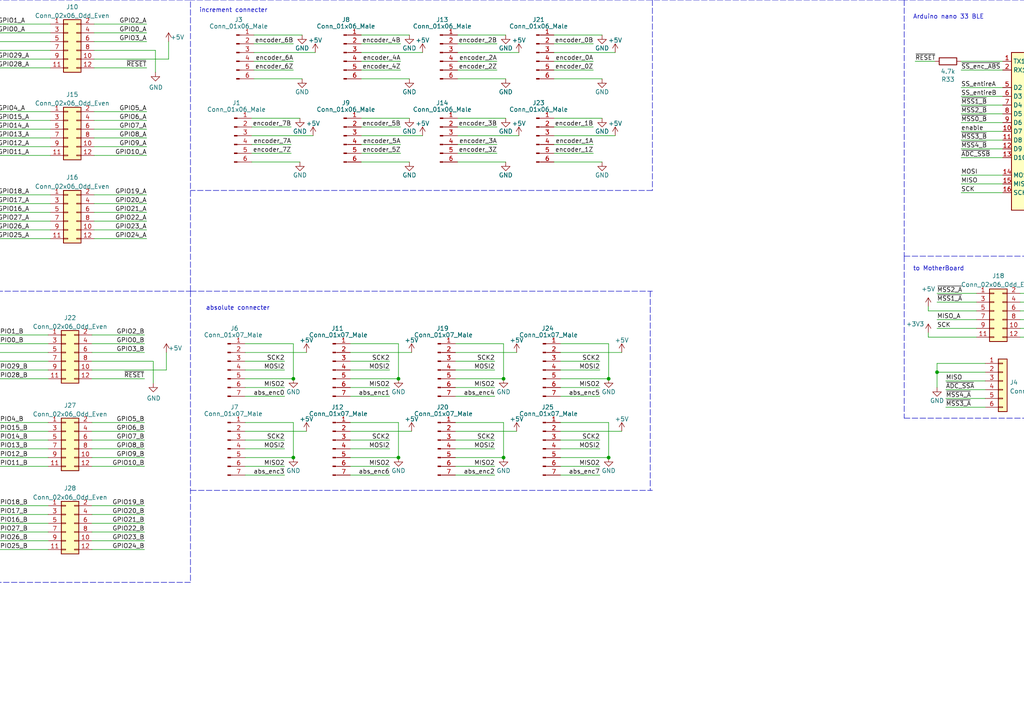
<source format=kicad_sch>
(kicad_sch (version 20211123) (generator eeschema)
  (paper "A4")
  (lib_symbols
    (symbol "74xx:74HC14" (pin_names (offset 1.016))
      (property "Reference" "U" (at 0 1.27 0))
      (property "Value" "74HC14" (at 0 -1.27 0))
      (symbol "74HC14_1_0"
        (pin input line (at -7.62 0 0) (length 3.81) (name "~") (number "1"))
        (pin output inverted (at 7.62 0 180) (length 3.81) (name "~") (number "2"))
      )
      (symbol "74HC14_2_0"
        (pin input line (at -7.62 0 0) (length 3.81) (name "~") (number "3"))
        (pin output inverted (at 7.62 0 180) (length 3.81) (name "~") (number "4"))
      )
      (symbol "74HC14_3_0"
        (pin input line (at -7.62 0 0) (length 3.81) (name "~") (number "5"))
        (pin output inverted (at 7.62 0 180) (length 3.81) (name "~") (number "6"))
      )
      (symbol "74HC14_4_0"
        (pin output inverted (at 7.62 0 180) (length 3.81) (name "~") (number "8"))
        (pin input line (at -7.62 0 0) (length 3.81) (name "~") (number "9"))
      )
      (symbol "74HC14_5_0"
        (pin output inverted (at 7.62 0 180) (length 3.81) (name "~") (number "10"))
        (pin input line (at -7.62 0 0) (length 3.81) (name "~") (number "11"))
      )
      (symbol "74HC14_6_0"
        (pin output inverted (at 7.62 0 180) (length 3.81) (name "~") (number "12"))
        (pin input line (at -7.62 0 0) (length 3.81) (name "~") (number "13"))
      )
      (symbol "74HC14_7_0"
        (pin power_in line (at 0 12.7 270) (length 5.08) (name "VCC") (number "14"))
        (pin power_in line (at 0 -12.7 90) (length 5.08) (name "GND") (number "7"))
      )
    )
    (symbol "74xx:74LVC125" (pin_names (offset 1.016))
      (property "Reference" "U" (at 0 1.27 0))
      (property "Value" "74LVC125" (at 0 -1.27 0))
      (symbol "74LVC125_1_0"
        (pin input inverted (at 0 -6.35 90) (length 4.445) (name "~") (number "1"))
        (pin input line (at -7.62 0 0) (length 3.81) (name "~") (number "2"))
        (pin tri_state line (at 7.62 0 180) (length 3.81) (name "~") (number "3"))
      )
      (symbol "74LVC125_2_0"
        (pin input inverted (at 0 -6.35 90) (length 4.445) (name "~") (number "4"))
        (pin input line (at -7.62 0 0) (length 3.81) (name "~") (number "5"))
        (pin tri_state line (at 7.62 0 180) (length 3.81) (name "~") (number "6"))
      )
      (symbol "74LVC125_3_0"
        (pin input inverted (at 0 -6.35 90) (length 4.445) (name "~") (number "10"))
        (pin tri_state line (at 7.62 0 180) (length 3.81) (name "~") (number "8"))
        (pin input line (at -7.62 0 0) (length 3.81) (name "~") (number "9"))
      )
      (symbol "74LVC125_4_0"
        (pin tri_state line (at 7.62 0 180) (length 3.81) (name "~") (number "11"))
        (pin input line (at -7.62 0 0) (length 3.81) (name "~") (number "12"))
        (pin input inverted (at 0 -6.35 90) (length 4.445) (name "~") (number "13"))
      )
      (symbol "74LVC125_5_0"
        (pin power_in line (at 0 12.7 270) (length 5.08) (name "VCC") (number "14"))
        (pin power_in line (at 0 -12.7 90) (length 5.08) (name "GND") (number "7"))
      )
    )
    (symbol "Connector:Conn_01x06_Male" (pin_names (offset 1.016) hide)
      (property "Reference" "J" (at 0 7.62 0))
      (property "Value" "Conn_01x06_Male" (at 0 -10.16 0))
      (symbol "Conn_01x06_Male_1_1"
        (pin passive line (at 5.08 5.08 180) (length 3.81) (name "Pin_1") (number "1"))
        (pin passive line (at 5.08 2.54 180) (length 3.81) (name "Pin_2") (number "2"))
        (pin passive line (at 5.08 0 180) (length 3.81) (name "Pin_3") (number "3"))
        (pin passive line (at 5.08 -2.54 180) (length 3.81) (name "Pin_4") (number "4"))
        (pin passive line (at 5.08 -5.08 180) (length 3.81) (name "Pin_5") (number "5"))
        (pin passive line (at 5.08 -7.62 180) (length 3.81) (name "Pin_6") (number "6"))
      )
    )
    (symbol "Connector:Conn_01x07_Male" (pin_names (offset 1.016) hide)
      (property "Reference" "J" (at 0 10.16 0))
      (property "Value" "Conn_01x07_Male" (at 0 -10.16 0))
      (symbol "Conn_01x07_Male_1_1"
        (pin passive line (at 5.08 7.62 180) (length 3.81) (name "Pin_1") (number "1"))
        (pin passive line (at 5.08 5.08 180) (length 3.81) (name "Pin_2") (number "2"))
        (pin passive line (at 5.08 2.54 180) (length 3.81) (name "Pin_3") (number "3"))
        (pin passive line (at 5.08 0 180) (length 3.81) (name "Pin_4") (number "4"))
        (pin passive line (at 5.08 -2.54 180) (length 3.81) (name "Pin_5") (number "5"))
        (pin passive line (at 5.08 -5.08 180) (length 3.81) (name "Pin_6") (number "6"))
        (pin passive line (at 5.08 -7.62 180) (length 3.81) (name "Pin_7") (number "7"))
      )
    )
    (symbol "Connector_Generic:Conn_01x02" (pin_names (offset 1.016) hide)
      (property "Reference" "J" (at 0 2.54 0))
      (property "Value" "Conn_01x02" (at 0 -5.08 0))
      (symbol "Conn_01x02_1_1"
        (pin passive line (at -5.08 0 0) (length 3.81) (name "Pin_1") (number "1"))
        (pin passive line (at -5.08 -2.54 0) (length 3.81) (name "Pin_2") (number "2"))
      )
    )
    (symbol "Connector_Generic:Conn_01x06" (pin_names (offset 1.016) hide)
      (property "Reference" "J" (at 0 7.62 0))
      (property "Value" "Conn_01x06" (at 0 -10.16 0))
      (symbol "Conn_01x06_1_1"
        (pin passive line (at -5.08 5.08 0) (length 3.81) (name "Pin_1") (number "1"))
        (pin passive line (at -5.08 2.54 0) (length 3.81) (name "Pin_2") (number "2"))
        (pin passive line (at -5.08 0 0) (length 3.81) (name "Pin_3") (number "3"))
        (pin passive line (at -5.08 -2.54 0) (length 3.81) (name "Pin_4") (number "4"))
        (pin passive line (at -5.08 -5.08 0) (length 3.81) (name "Pin_5") (number "5"))
        (pin passive line (at -5.08 -7.62 0) (length 3.81) (name "Pin_6") (number "6"))
      )
    )
    (symbol "Connector_Generic:Conn_02x06_Odd_Even" (pin_names (offset 1.016) hide)
      (property "Reference" "J" (at 1.27 7.62 0))
      (property "Value" "Conn_02x06_Odd_Even" (at 1.27 -10.16 0))
      (symbol "Conn_02x06_Odd_Even_1_1"
        (pin passive line (at -5.08 5.08 0) (length 3.81) (name "Pin_1") (number "1"))
        (pin passive line (at 7.62 -5.08 180) (length 3.81) (name "Pin_10") (number "10"))
        (pin passive line (at -5.08 -7.62 0) (length 3.81) (name "Pin_11") (number "11"))
        (pin passive line (at 7.62 -7.62 180) (length 3.81) (name "Pin_12") (number "12"))
        (pin passive line (at 7.62 5.08 180) (length 3.81) (name "Pin_2") (number "2"))
        (pin passive line (at -5.08 2.54 0) (length 3.81) (name "Pin_3") (number "3"))
        (pin passive line (at 7.62 2.54 180) (length 3.81) (name "Pin_4") (number "4"))
        (pin passive line (at -5.08 0 0) (length 3.81) (name "Pin_5") (number "5"))
        (pin passive line (at 7.62 0 180) (length 3.81) (name "Pin_6") (number "6"))
        (pin passive line (at -5.08 -2.54 0) (length 3.81) (name "Pin_7") (number "7"))
        (pin passive line (at 7.62 -2.54 180) (length 3.81) (name "Pin_8") (number "8"))
        (pin passive line (at -5.08 -5.08 0) (length 3.81) (name "Pin_9") (number "9"))
      )
    )
    (symbol "Cubic_Gen8_RP2040-rescue:+3.3V-power" (power) (pin_names (offset 0))
      (property "Value" "+3.3V-power" (at 0 3.556 0))
      (symbol "+3.3V-power_1_1"
        (pin power_in line (at 0 0 90) (length 0) hide (name "+3V3") (number "1"))
      )
    )
    (symbol "Cubic_Gen8_RP2040-rescue:GND-DIP-SW04" (power) (pin_names (offset 0))
      (property "Value" "GND-DIP-SW04" (at 0 -3.81 0))
      (symbol "GND-DIP-SW04_1_1"
        (pin power_in line (at 0 0 270) (length 0) hide (name "GND") (number "1"))
      )
    )
    (symbol "Device:C" (pin_numbers hide) (pin_names (offset 0.254))
      (property "Reference" "C" (at 0.635 2.54 0))
      (property "Value" "C" (at 0.635 -2.54 0))
      (symbol "C_1_1"
        (pin passive line (at 0 3.81 270) (length 2.794) (name "~") (number "1"))
        (pin passive line (at 0 -3.81 90) (length 2.794) (name "~") (number "2"))
      )
    )
    (symbol "Device:LED" (pin_numbers hide) (pin_names (offset 1.016) hide)
      (property "Reference" "D" (at 0 2.54 0))
      (property "Value" "LED" (at 0 -2.54 0))
      (symbol "LED_1_1"
        (pin passive line (at -3.81 0 0) (length 2.54) (name "K") (number "1"))
        (pin passive line (at 3.81 0 180) (length 2.54) (name "A") (number "2"))
      )
    )
    (symbol "Device:R" (pin_numbers hide) (pin_names (offset 0))
      (property "Reference" "R" (at 2.032 0 90))
      (property "Value" "R" (at 0 0 90))
      (symbol "R_1_1"
        (pin passive line (at 0 3.81 270) (length 1.27) (name "~") (number "1"))
        (pin passive line (at 0 -3.81 90) (length 1.27) (name "~") (number "2"))
      )
    )
    (symbol "MCU_Module:Arduino_Nano_Every"
      (property "Reference" "A" (at -10.16 23.495 0))
      (property "Value" "Arduino_Nano_Every" (at 5.08 -24.13 0))
      (symbol "Arduino_Nano_Every_1_1"
        (pin bidirectional line (at -12.7 20.32 0) (length 2.54) (name "TX1") (number "1"))
        (pin bidirectional line (at -12.7 0 0) (length 2.54) (name "D7") (number "10"))
        (pin bidirectional line (at -12.7 -2.54 0) (length 2.54) (name "D8") (number "11"))
        (pin bidirectional line (at -12.7 -5.08 0) (length 2.54) (name "D9") (number "12"))
        (pin bidirectional line (at -12.7 -7.62 0) (length 2.54) (name "D10") (number "13"))
        (pin bidirectional line (at -12.7 -12.7 0) (length 2.54) (name "MOSI") (number "14"))
        (pin bidirectional line (at -12.7 -15.24 0) (length 2.54) (name "MISO") (number "15"))
        (pin bidirectional line (at -12.7 -17.78 0) (length 2.54) (name "SCK") (number "16"))
        (pin power_out line (at 2.54 25.4 270) (length 2.54) (name "3V3") (number "17"))
        (pin input line (at 12.7 5.08 180) (length 2.54) (name "AREF") (number "18"))
        (pin bidirectional line (at 12.7 0 180) (length 2.54) (name "A0") (number "19"))
        (pin bidirectional line (at -12.7 17.78 0) (length 2.54) (name "RX1") (number "2"))
        (pin bidirectional line (at 12.7 -2.54 180) (length 2.54) (name "A1") (number "20"))
        (pin bidirectional line (at 12.7 -5.08 180) (length 2.54) (name "A2") (number "21"))
        (pin bidirectional line (at 12.7 -7.62 180) (length 2.54) (name "A3") (number "22"))
        (pin bidirectional line (at 12.7 -10.16 180) (length 2.54) (name "SDA/A4") (number "23"))
        (pin bidirectional line (at 12.7 -12.7 180) (length 2.54) (name "SCL/A5") (number "24"))
        (pin bidirectional line (at 12.7 -15.24 180) (length 2.54) (name "A6") (number "25"))
        (pin bidirectional line (at 12.7 -17.78 180) (length 2.54) (name "A7") (number "26"))
        (pin power_out line (at 5.08 25.4 270) (length 2.54) (name "+5V") (number "27"))
        (pin input line (at 12.7 12.7 180) (length 2.54) (name "~{RESET}") (number "28"))
        (pin passive line (at 0 -25.4 90) (length 2.54) hide (name "GND") (number "29"))
        (pin input line (at 12.7 15.24 180) (length 2.54) (name "~{RESET}") (number "3"))
        (pin power_in line (at -2.54 25.4 270) (length 2.54) (name "VIN") (number "30"))
        (pin power_in line (at 0 -25.4 90) (length 2.54) (name "GND") (number "4"))
        (pin bidirectional line (at -12.7 12.7 0) (length 2.54) (name "D2") (number "5"))
        (pin bidirectional line (at -12.7 10.16 0) (length 2.54) (name "D3") (number "6"))
        (pin bidirectional line (at -12.7 7.62 0) (length 2.54) (name "D4") (number "7"))
        (pin bidirectional line (at -12.7 5.08 0) (length 2.54) (name "D5") (number "8"))
        (pin bidirectional line (at -12.7 2.54 0) (length 2.54) (name "D6") (number "9"))
      )
    )
    (symbol "power:+3V3" (power) (pin_names (offset 0))
      (property "Value" "+3V3" (at 0 3.556 0))
      (symbol "+3V3_1_1"
        (pin power_in line (at 0 0 90) (length 0) hide (name "+3V3") (number "1"))
      )
    )
    (symbol "power:+5V" (power) (pin_names (offset 0))
      (property "Value" "+5V" (at 0 3.556 0))
      (symbol "+5V_1_1"
        (pin power_in line (at 0 0 90) (length 0) hide (name "+5V") (number "1"))
      )
    )
    (symbol "power:GND" (power) (pin_names (offset 0))
      (property "Value" "GND" (at 0 -3.81 0))
      (symbol "GND_1_1"
        (pin power_in line (at 0 0 270) (length 0) hide (name "GND") (number "1"))
      )
    )
  )
  (junction (at 370.078 -58.166))
  (junction (at 306.07 -33.02))
  (junction (at 306.07 -19.05))
  (junction (at 273.05 -19.05))
  (junction (at 85.09 109.855))
  (junction (at 336.55 -19.05))
  (junction (at 176.53 109.855))
  (junction (at -50.165 106.68))
  (junction (at -50.165 101.6))
  (junction (at 327.025 107.95))
  (junction (at -60.325 5.715))
  (junction (at 243.84 -51.435))
  (junction (at -11.43 -41.275))
  (junction (at 205.74 -23.495))
  (junction (at 293.37 -19.05))
  (junction (at 370.078 -68.326))
  (junction (at -60.325 -28.575))
  (junction (at 344.17 -19.05))
  (junction (at 146.05 132.715))
  (junction (at -60.325 -13.335))
  (junction (at 231.14 -23.495))
  (junction (at -60.325 -62.865))
  (junction (at -60.325 -47.625))
  (junction (at -11.43 -36.195))
  (junction (at 316.23 -33.02))
  (junction (at 323.85 -19.05))
  (junction (at -60.325 13.335))
  (junction (at -60.325 -1.905))
  (junction (at 275.59 -19.05))
  (junction (at -11.43 -51.435))
  (junction (at -50.165 111.76))
  (junction (at 272.542 -46.228))
  (junction (at 275.082 -62.738))
  (junction (at -60.325 -51.435))
  (junction (at -60.325 9.525))
  (junction (at 271.78 107.95))
  (junction (at 218.44 -51.435))
  (junction (at -50.165 132.08))
  (junction (at 326.39 -33.02))
  (junction (at 303.53 -19.05))
  (junction (at 176.53 132.715))
  (junction (at -60.325 -36.195))
  (junction (at 282.702 -62.738))
  (junction (at -60.325 -40.005))
  (junction (at 285.242 -46.228))
  (junction (at 295.91 -19.05))
  (junction (at -60.325 -43.815))
  (junction (at 285.75 -19.05))
  (junction (at 295.91 -33.02))
  (junction (at 283.21 -33.02))
  (junction (at -60.325 -20.955))
  (junction (at -60.325 -66.675))
  (junction (at 283.21 -19.05))
  (junction (at 314.96 87.63))
  (junction (at 282.702 -46.228))
  (junction (at -50.165 116.84))
  (junction (at 285.242 -62.738))
  (junction (at -60.325 -24.765))
  (junction (at 313.69 -19.05))
  (junction (at 313.69 -33.02))
  (junction (at -11.43 -46.355))
  (junction (at -60.325 1.905))
  (junction (at -11.43 -56.515))
  (junction (at -60.325 -55.245))
  (junction (at -60.325 -32.385))
  (junction (at 336.55 -33.02))
  (junction (at -50.165 127))
  (junction (at 370.205 87.63))
  (junction (at 85.09 132.715))
  (junction (at -11.43 -61.595))
  (junction (at 323.85 -33.02))
  (junction (at -60.325 -59.055))
  (junction (at 218.44 -23.495))
  (junction (at 146.05 109.855))
  (junction (at 275.59 -33.02))
  (junction (at 275.082 -46.228))
  (junction (at -60.325 -9.525))
  (junction (at 316.23 -19.05))
  (junction (at -60.325 -70.485))
  (junction (at 370.078 -48.006))
  (junction (at 326.39 -19.05))
  (junction (at 334.01 -19.05))
  (junction (at -50.165 121.92))
  (junction (at -60.325 -17.145))
  (junction (at -60.325 -5.715))
  (junction (at 344.17 -33.02))
  (junction (at 334.01 -33.02))
  (junction (at 231.14 -51.435))
  (junction (at 115.57 109.855))
  (junction (at 346.71 -33.02))
  (junction (at 293.37 -33.02))
  (junction (at 295.402 -62.738))
  (junction (at 285.75 -33.02))
  (junction (at 115.57 132.715))
  (junction (at -11.43 -31.115))
  (junction (at 303.53 -33.02))
  (no_connect (at 300.99 12.7))
  (no_connect (at 326.39 33.02))
  (no_connect (at -46.99 78.74))
  (no_connect (at -46.99 81.28))
  (no_connect (at -41.91 163.195))
  (no_connect (at -41.91 165.735))
  (no_connect (at 326.39 22.86))
  (no_connect (at 326.39 25.4))
  (no_connect (at -43.18 142.875))
  (no_connect (at -43.18 125.095))
  (no_connect (at -43.18 130.175))
  (no_connect (at -43.18 127.635))
  (polyline (pts (xy -85.09 20.955) (xy -48.895 20.955)))
  (wire (pts (xy 272.542 -62.738) (xy 275.082 -62.738)))
  (wire (pts (xy 351.155 87.63) (xy 370.205 87.63)))
  (wire (pts (xy -46.99 68.58) (xy -12.7 68.58)))
  (wire (pts (xy 172.085 41.91) (xy 160.655 41.91)))
  (wire (pts (xy -44.45 -41.275) (xy -30.48 -41.275)))
  (wire (pts (xy 269.24 90.17) (xy 283.21 90.17)))
  (wire (pts (xy -11.43 -36.195) (xy -11.43 -31.115)))
  (wire (pts (xy 101.6 122.555) (xy 115.57 122.555)))
  (wire (pts (xy 14.605 17.145) (xy -0.635 17.145)))
  (wire (pts (xy -79.375 -20.955) (xy -67.945 -20.955)))
  (wire (pts (xy -60.325 9.525) (xy -60.325 13.335)))
  (wire (pts (xy 166.878 -70.104) (xy 168.148 -70.104)))
  (wire (pts (xy 71.12 107.315) (xy 82.55 107.315)))
  (wire (pts (xy 13.97 107.315) (xy -1.27 107.315)))
  (wire (pts (xy -46.99 71.12) (xy -12.7 71.12)))
  (wire (pts (xy 13.97 125.095) (xy -1.27 125.095)))
  (wire (pts (xy 117.348 -6.604) (xy 118.618 -6.604)))
  (wire (pts (xy 71.12 137.795) (xy 82.55 137.795)))
  (wire (pts (xy -11.43 -46.355) (xy -11.43 -41.275)))
  (wire (pts (xy 194.818 -57.404) (xy 183.388 -57.404)))
  (wire (pts (xy 27.305 61.595) (xy 42.545 61.595)))
  (wire (pts (xy 278.765 35.56) (xy 290.83 35.56)))
  (wire (pts (xy 285.75 115.57) (xy 274.32 115.57)))
  (wire (pts (xy 101.6 112.395) (xy 113.03 112.395)))
  (wire (pts (xy 85.09 122.555) (xy 85.09 132.715)))
  (wire (pts (xy -11.43 -61.595) (xy -11.43 -56.515)))
  (wire (pts (xy 48.26 107.315) (xy 48.26 102.235)))
  (wire (pts (xy 316.23 43.18) (xy 329.565 43.18)))
  (wire (pts (xy -46.99 25.4) (xy -12.7 25.4)))
  (wire (pts (xy -60.325 -28.575) (xy -60.325 -24.765)))
  (wire (pts (xy 48.768 -6.604) (xy 60.198 -6.604)))
  (wire (pts (xy 194.818 -6.604) (xy 183.388 -6.604)))
  (wire (pts (xy 13.97 97.155) (xy -1.27 97.155)))
  (wire (pts (xy 73.66 15.24) (xy 91.44 15.24)))
  (wire (pts (xy -79.375 -1.905) (xy -67.945 -1.905)))
  (wire (pts (xy 275.59 -19.05) (xy 283.21 -19.05)))
  (wire (pts (xy 231.14 -24.765) (xy 231.14 -23.495)))
  (wire (pts (xy 14.605 19.685) (xy -0.635 19.685)))
  (wire (pts (xy 324.485 88.9) (xy 324.485 90.17)))
  (wire (pts (xy 364.998 -49.276) (xy 364.998 -48.006)))
  (wire (pts (xy -60.325 -20.955) (xy -60.325 -17.145)))
  (wire (pts (xy 334.01 -33.02) (xy 336.55 -33.02)))
  (wire (pts (xy 71.12 109.855) (xy 85.09 109.855)))
  (wire (pts (xy -50.165 132.08) (xy -50.165 134.62)))
  (wire (pts (xy 370.078 -67.056) (xy 370.078 -68.326)))
  (wire (pts (xy 285.75 -33.02) (xy 293.37 -33.02)))
  (wire (pts (xy 293.37 -33.02) (xy 295.91 -33.02)))
  (wire (pts (xy 316.23 45.72) (xy 329.565 45.72)))
  (wire (pts (xy 316.23 53.34) (xy 329.565 53.34)))
  (wire (pts (xy 101.6 135.255) (xy 113.03 135.255)))
  (wire (pts (xy 334.01 -33.02) (xy 334.01 -26.67)))
  (wire (pts (xy 327.025 107.95) (xy 327.025 112.395)))
  (wire (pts (xy -79.375 -43.815) (xy -67.945 -43.815)))
  (wire (pts (xy -12.7 -31.115) (xy -11.43 -31.115)))
  (wire (pts (xy 306.07 -19.05) (xy 313.69 -19.05)))
  (wire (pts (xy 14.605 69.215) (xy -0.635 69.215)))
  (wire (pts (xy 144.145 17.78) (xy 132.715 17.78)))
  (wire (pts (xy 402.082 -20.193) (xy 402.082 -17.018)))
  (wire (pts (xy 295.91 97.79) (xy 314.96 97.79)))
  (wire (pts (xy 273.05 -17.78) (xy 273.05 -19.05)))
  (wire (pts (xy 231.14 -50.165) (xy 231.14 -51.435)))
  (wire (pts (xy -61.595 121.92) (xy -59.055 121.92)))
  (wire (pts (xy 271.78 107.95) (xy 271.78 112.395)))
  (wire (pts (xy 13.97 122.555) (xy -1.27 122.555)))
  (wire (pts (xy 166.878 -19.304) (xy 168.148 -19.304)))
  (wire (pts (xy 166.878 -32.004) (xy 168.148 -32.004)))
  (wire (pts (xy 18.288 -6.604) (xy 19.558 -6.604)))
  (wire (pts (xy 27.305 69.215) (xy 42.545 69.215)))
  (wire (pts (xy 323.85 -26.67) (xy 323.85 -33.02)))
  (wire (pts (xy -46.99 73.66) (xy -12.7 73.66)))
  (wire (pts (xy -79.375 -9.525) (xy -67.945 -9.525)))
  (wire (pts (xy 26.67 97.155) (xy 41.91 97.155)))
  (wire (pts (xy 275.082 -46.228) (xy 282.702 -46.228)))
  (wire (pts (xy -60.325 -17.145) (xy -60.325 -13.335)))
  (polyline (pts (xy 262.255 0) (xy 55.245 0)))
  (polyline (pts (xy -6.35 -80.01) (xy 262.255 -80.01)))
  (wire (pts (xy 392.43 -12.573) (xy 382.27 -12.573)))
  (wire (pts (xy 116.205 44.45) (xy 104.775 44.45)))
  (polyline (pts (xy 352.552 29.21) (xy 418.846 29.21)))
  (wire (pts (xy 71.12 130.175) (xy 82.55 130.175)))
  (wire (pts (xy 274.32 113.03) (xy 285.75 113.03)))
  (wire (pts (xy 231.14 -23.495) (xy 243.84 -23.495)))
  (wire (pts (xy 295.91 -19.05) (xy 303.53 -19.05)))
  (wire (pts (xy -46.99 40.64) (xy -12.7 40.64)))
  (wire (pts (xy 116.205 20.32) (xy 104.775 20.32)))
  (wire (pts (xy -22.86 -36.195) (xy -20.32 -36.195)))
  (wire (pts (xy -40.64 97.155) (xy -8.89 97.155)))
  (wire (pts (xy 160.655 15.24) (xy 178.435 15.24)))
  (polyline (pts (xy 55.245 0) (xy -48.895 0)))
  (wire (pts (xy 172.085 20.32) (xy 160.655 20.32)))
  (wire (pts (xy 295.91 -33.02) (xy 303.53 -33.02)))
  (wire (pts (xy -83.185 127) (xy -69.215 127)))
  (wire (pts (xy 313.69 -19.05) (xy 316.23 -19.05)))
  (wire (pts (xy -51.435 96.52) (xy -50.165 96.52)))
  (polyline (pts (xy -85.09 186.055) (xy -82.55 186.055)))
  (wire (pts (xy 46.228 -44.704) (xy 34.798 -44.704)))
  (wire (pts (xy 26.67 125.095) (xy 41.91 125.095)))
  (wire (pts (xy 162.56 125.095) (xy 180.34 125.095)))
  (wire (pts (xy 243.84 -52.705) (xy 243.84 -51.435)))
  (wire (pts (xy 362.585 90.17) (xy 351.155 90.17)))
  (wire (pts (xy 132.08 127.635) (xy 143.51 127.635)))
  (wire (pts (xy 85.09 99.695) (xy 85.09 109.855)))
  (wire (pts (xy 132.715 46.99) (xy 146.685 46.99)))
  (wire (pts (xy 162.56 135.255) (xy 173.99 135.255)))
  (wire (pts (xy -46.99 43.18) (xy -12.7 43.18)))
  (wire (pts (xy 356.87 -28.448) (xy 367.03 -28.448)))
  (wire (pts (xy 314.96 85.09) (xy 314.96 87.63)))
  (wire (pts (xy 278.765 38.1) (xy 290.83 38.1)))
  (wire (pts (xy 278.765 55.88) (xy 290.83 55.88)))
  (wire (pts (xy 370.078 -48.006) (xy 370.078 -46.736)))
  (wire (pts (xy 356.108 -68.326) (xy 370.078 -68.326)))
  (wire (pts (xy 14.605 59.055) (xy -0.635 59.055)))
  (wire (pts (xy 313.69 -33.02) (xy 316.23 -33.02)))
  (wire (pts (xy 278.765 53.34) (xy 290.83 53.34)))
  (wire (pts (xy 356.87 3.302) (xy 367.03 3.302)))
  (wire (pts (xy -79.375 -17.145) (xy -67.945 -17.145)))
  (wire (pts (xy 71.12 127.635) (xy 82.55 127.635)))
  (wire (pts (xy 132.08 137.795) (xy 143.51 137.795)))
  (wire (pts (xy 46.228 -70.104) (xy 34.798 -70.104)))
  (wire (pts (xy 346.71 -34.29) (xy 346.71 -33.02)))
  (wire (pts (xy 71.12 135.255) (xy 82.55 135.255)))
  (wire (pts (xy -50.165 116.84) (xy -50.165 121.92)))
  (wire (pts (xy 18.288 -19.304) (xy 19.558 -19.304)))
  (wire (pts (xy 356.87 -12.573) (xy 367.03 -12.573)))
  (wire (pts (xy 85.09 17.78) (xy 73.66 17.78)))
  (wire (pts (xy 132.08 135.255) (xy 143.51 135.255)))
  (wire (pts (xy 44.45 104.775) (xy 44.45 111.125)))
  (wire (pts (xy 132.08 104.775) (xy 143.51 104.775)))
  (wire (pts (xy 370.205 99.06) (xy 370.205 97.79)))
  (wire (pts (xy 272.542 -62.738) (xy 272.542 -55.118)))
  (wire (pts (xy 73.66 22.86) (xy 87.63 22.86)))
  (wire (pts (xy -43.18 150.495) (xy -8.89 150.495)))
  (wire (pts (xy 316.23 -25.4) (xy 316.23 -19.05)))
  (wire (pts (xy 85.09 20.32) (xy 73.66 20.32)))
  (wire (pts (xy 278.765 50.8) (xy 290.83 50.8)))
  (wire (pts (xy 370.078 -58.166) (xy 370.078 -56.896)))
  (wire (pts (xy -46.99 55.88) (xy -12.7 55.88)))
  (wire (pts (xy -51.435 132.08) (xy -50.165 132.08)))
  (wire (pts (xy -43.18 142.875) (xy -8.89 142.875)))
  (wire (pts (xy 166.878 -44.704) (xy 168.148 -44.704)))
  (polyline (pts (xy 375.285 121.285) (xy 375.285 74.295)))
  (wire (pts (xy -83.185 101.6) (xy -69.215 101.6)))
  (wire (pts (xy -60.325 -62.865) (xy -60.325 -59.055)))
  (wire (pts (xy 132.08 109.855) (xy 146.05 109.855)))
  (wire (pts (xy 194.818 -32.004) (xy 183.388 -32.004)))
  (wire (pts (xy -3.81 104.775) (xy -3.81 106.045)))
  (wire (pts (xy 194.818 -19.304) (xy 183.388 -19.304)))
  (wire (pts (xy 132.715 15.24) (xy 150.495 15.24)))
  (wire (pts (xy -11.43 -56.515) (xy -11.43 -51.435)))
  (wire (pts (xy -12.7 -66.675) (xy -11.43 -66.675)))
  (wire (pts (xy 95.758 -70.104) (xy 84.328 -70.104)))
  (polyline (pts (xy 189.23 0) (xy 189.23 55.245)))
  (polyline (pts (xy 392.938 -80.01) (xy 392.938 -41.402)))
  (wire (pts (xy 101.6 109.855) (xy 115.57 109.855)))
  (wire (pts (xy -44.45 12.7) (xy -12.7 12.7)))
  (wire (pts (xy 71.12 102.235) (xy 88.9 102.235)))
  (wire (pts (xy -79.375 -59.055) (xy -67.945 -59.055)))
  (polyline (pts (xy 418.846 -41.402) (xy 418.846 29.21)))
  (wire (pts (xy -79.375 -32.385) (xy -67.945 -32.385)))
  (wire (pts (xy 27.305 37.465) (xy 42.545 37.465)))
  (wire (pts (xy -50.165 106.68) (xy -50.165 111.76)))
  (wire (pts (xy 101.6 107.315) (xy 113.03 107.315)))
  (wire (pts (xy -46.99 53.34) (xy -12.7 53.34)))
  (wire (pts (xy 27.305 6.985) (xy 42.545 6.985)))
  (wire (pts (xy 370.078 -59.436) (xy 370.078 -58.166)))
  (wire (pts (xy 278.765 27.94) (xy 290.83 27.94)))
  (wire (pts (xy 275.082 -62.738) (xy 275.082 -61.468)))
  (wire (pts (xy 26.67 132.715) (xy 41.91 132.715)))
  (wire (pts (xy 316.23 48.26) (xy 329.565 48.26)))
  (wire (pts (xy 84.455 41.91) (xy 73.025 41.91)))
  (wire (pts (xy -3.175 14.605) (xy -3.175 15.875)))
  (wire (pts (xy 27.305 32.385) (xy 42.545 32.385)))
  (wire (pts (xy 218.44 -51.435) (xy 231.14 -51.435)))
  (wire (pts (xy -79.375 -36.195) (xy -67.945 -36.195)))
  (wire (pts (xy -46.99 58.42) (xy -12.7 58.42)))
  (wire (pts (xy 360.68 -22.098) (xy 374.65 -22.098)))
  (wire (pts (xy -51.435 121.92) (xy -50.165 121.92)))
  (wire (pts (xy 95.758 -6.604) (xy 84.328 -6.604)))
  (wire (pts (xy 67.818 -44.704) (xy 69.088 -44.704)))
  (wire (pts (xy 13.97 109.855) (xy -1.27 109.855)))
  (wire (pts (xy -79.375 -5.715) (xy -67.945 -5.715)))
  (wire (pts (xy 18.288 -32.004) (xy 19.558 -32.004)))
  (wire (pts (xy 13.97 149.225) (xy -1.27 149.225)))
  (wire (pts (xy 27.305 17.145) (xy 48.895 17.145)))
  (wire (pts (xy -11.43 -51.435) (xy -11.43 -46.355)))
  (wire (pts (xy -83.185 132.08) (xy -69.215 132.08)))
  (wire (pts (xy 362.585 92.71) (xy 351.155 92.71)))
  (wire (pts (xy -46.99 63.5) (xy -12.7 63.5)))
  (wire (pts (xy 351.155 97.79) (xy 370.205 97.79)))
  (wire (pts (xy 336.55 -25.4) (xy 336.55 -19.05)))
  (wire (pts (xy 336.55 -33.02) (xy 344.17 -33.02)))
  (wire (pts (xy 316.23 22.86) (xy 326.39 22.86)))
  (wire (pts (xy -43.18 145.415) (xy -8.89 145.415)))
  (wire (pts (xy -22.86 -46.355) (xy -20.32 -46.355)))
  (wire (pts (xy -46.99 38.1) (xy -12.7 38.1)))
  (wire (pts (xy 374.65 9.652) (xy 361.315 9.652)))
  (wire (pts (xy 48.768 -19.304) (xy 60.198 -19.304)))
  (wire (pts (xy 132.715 34.29) (xy 146.685 34.29)))
  (wire (pts (xy 324.485 90.17) (xy 338.455 90.17)))
  (wire (pts (xy -60.325 5.715) (xy -60.325 9.525)))
  (wire (pts (xy 71.12 104.775) (xy 82.55 104.775)))
  (wire (pts (xy 145.288 -32.004) (xy 133.858 -32.004)))
  (wire (pts (xy 340.995 105.41) (xy 327.025 105.41)))
  (wire (pts (xy 327.025 107.95) (xy 340.995 107.95)))
  (wire (pts (xy 324.485 97.79) (xy 338.455 97.79)))
  (wire (pts (xy -43.18 135.255) (xy -8.89 135.255)))
  (wire (pts (xy 145.288 -44.704) (xy 133.858 -44.704)))
  (polyline (pts (xy -48.895 20.955) (xy -48.895 -80.01)))
  (wire (pts (xy -60.325 -5.715) (xy -60.325 -1.905)))
  (wire (pts (xy 282.702 -62.738) (xy 285.242 -62.738)))
  (wire (pts (xy 27.305 42.545) (xy 42.545 42.545)))
  (wire (pts (xy 316.23 40.64) (xy 329.565 40.64)))
  (wire (pts (xy 176.53 122.555) (xy 176.53 132.715)))
  (wire (pts (xy 104.775 22.86) (xy 118.745 22.86)))
  (wire (pts (xy 172.085 17.78) (xy 160.655 17.78)))
  (wire (pts (xy -60.325 13.335) (xy -60.325 17.145)))
  (wire (pts (xy -11.43 -31.115) (xy -11.43 -28.575)))
  (wire (pts (xy -43.18 153.035) (xy -8.89 153.035)))
  (wire (pts (xy 160.655 10.16) (xy 174.625 10.16)))
  (polyline (pts (xy 352.552 -41.656) (xy 352.552 -41.402)))
  (wire (pts (xy 278.765 33.02) (xy 290.83 33.02)))
  (wire (pts (xy 275.59 -25.4) (xy 275.59 -19.05)))
  (wire (pts (xy 132.08 122.555) (xy 146.05 122.555)))
  (wire (pts (xy -60.325 -59.055) (xy -60.325 -55.245)))
  (wire (pts (xy 194.818 -70.104) (xy 183.388 -70.104)))
  (wire (pts (xy 95.758 -57.404) (xy 84.328 -57.404)))
  (wire (pts (xy 205.74 -23.495) (xy 205.74 -22.225)))
  (wire (pts (xy 176.53 99.695) (xy 176.53 109.855)))
  (wire (pts (xy 314.96 99.06) (xy 314.96 97.79)))
  (wire (pts (xy -79.375 -40.005) (xy -67.945 -40.005)))
  (wire (pts (xy 104.775 15.24) (xy 122.555 15.24)))
  (wire (pts (xy 326.39 -33.02) (xy 334.01 -33.02)))
  (wire (pts (xy 370.205 85.09) (xy 370.205 87.63)))
  (polyline (pts (xy -48.895 -80.01) (xy -85.09 -80.01)))
  (wire (pts (xy -43.18 158.115) (xy -8.89 158.115)))
  (wire (pts (xy 147.828 -70.104) (xy 159.258 -70.104)))
  (wire (pts (xy -60.325 -55.245) (xy -60.325 -51.435)))
  (wire (pts (xy 13.97 132.715) (xy -1.27 132.715)))
  (wire (pts (xy 370.078 -58.166) (xy 364.998 -58.166)))
  (polyline (pts (xy 375.285 74.295) (xy 352.425 74.295)))
  (wire (pts (xy 27.305 34.925) (xy 42.545 34.925)))
  (wire (pts (xy -3.175 12.065) (xy 14.605 12.065)))
  (wire (pts (xy 303.53 -33.02) (xy 306.07 -33.02)))
  (wire (pts (xy -22.86 -41.275) (xy -20.32 -41.275)))
  (wire (pts (xy 145.288 -70.104) (xy 133.858 -70.104)))
  (wire (pts (xy 172.085 12.7) (xy 160.655 12.7)))
  (wire (pts (xy 132.08 125.095) (xy 149.86 125.095)))
  (wire (pts (xy -50.165 127) (xy -50.165 132.08)))
  (wire (pts (xy -43.18 147.955) (xy -8.89 147.955)))
  (wire (pts (xy -44.45 -36.195) (xy -30.48 -36.195)))
  (wire (pts (xy -0.762 -44.704) (xy 10.668 -44.704)))
  (wire (pts (xy -43.18 104.775) (xy -8.89 104.775)))
  (wire (pts (xy -61.595 106.68) (xy -59.055 106.68)))
  (wire (pts (xy 243.84 -51.435) (xy 231.14 -51.435)))
  (wire (pts (xy -22.86 -56.515) (xy -20.32 -56.515)))
  (wire (pts (xy 283.21 -33.02) (xy 285.75 -33.02)))
  (wire (pts (xy 98.298 -57.404) (xy 109.728 -57.404)))
  (wire (pts (xy 144.145 36.83) (xy 132.715 36.83)))
  (wire (pts (xy -79.375 -28.575) (xy -67.945 -28.575)))
  (wire (pts (xy 338.455 85.09) (xy 327.025 85.09)))
  (polyline (pts (xy -85.09 -80.01) (xy -85.09 20.955)))
  (wire (pts (xy -44.45 -61.595) (xy -30.48 -61.595)))
  (wire (pts (xy -22.86 -51.435) (xy -20.32 -51.435)))
  (wire (pts (xy 116.205 41.91) (xy 104.775 41.91)))
  (polyline (pts (xy 352.425 -80.01) (xy 352.425 0)))
  (wire (pts (xy 166.878 -6.604) (xy 168.148 -6.604)))
  (wire (pts (xy -60.325 -74.295) (xy -60.325 -70.485)))
  (wire (pts (xy 344.17 -19.05) (xy 346.71 -19.05)))
  (wire (pts (xy 274.32 118.11) (xy 285.75 118.11)))
  (wire (pts (xy -79.375 -24.765) (xy -67.945 -24.765)))
  (wire (pts (xy 285.242 -62.738) (xy 285.242 -61.468)))
  (wire (pts (xy 218.44 -50.165) (xy 218.44 -51.435)))
  (wire (pts (xy 14.605 40.005) (xy -0.635 40.005)))
  (wire (pts (xy 327.025 105.41) (xy 327.025 107.95)))
  (wire (pts (xy 73.025 46.99) (xy 86.995 46.99)))
  (wire (pts (xy 104.775 34.29) (xy 118.745 34.29)))
  (wire (pts (xy -46.99 60.96) (xy -12.7 60.96)))
  (wire (pts (xy 272.542 -47.498) (xy 272.542 -46.228)))
  (wire (pts (xy -0.762 -32.004) (xy 10.668 -32.004)))
  (wire (pts (xy 282.702 -62.738) (xy 282.702 -55.118)))
  (wire (pts (xy 73.66 10.16) (xy 87.63 10.16)))
  (wire (pts (xy 275.082 -53.848) (xy 275.082 -46.228)))
  (polyline (pts (xy 55.245 142.24) (xy 189.23 142.24)))
  (polyline (pts (xy 392.938 -41.402) (xy 418.846 -41.402)))
  (wire (pts (xy -51.435 111.76) (xy -50.165 111.76)))
  (wire (pts (xy 146.05 122.555) (xy 146.05 132.715)))
  (wire (pts (xy -40.64 99.695) (xy -8.89 99.695)))
  (wire (pts (xy 14.605 6.985) (xy -0.635 6.985)))
  (wire (pts (xy 327.025 87.63) (xy 338.455 87.63)))
  (wire (pts (xy 18.288 -70.104) (xy 19.558 -70.104)))
  (wire (pts (xy -51.435 116.84) (xy -50.165 116.84)))
  (wire (pts (xy 132.715 10.16) (xy 146.685 10.16)))
  (wire (pts (xy -22.86 -61.595) (xy -20.32 -61.595)))
  (wire (pts (xy -41.91 165.735) (xy -8.89 165.735)))
  (wire (pts (xy 26.67 104.775) (xy 44.45 104.775)))
  (wire (pts (xy 13.97 146.685) (xy -1.27 146.685)))
  (wire (pts (xy 26.67 146.685) (xy 41.91 146.685)))
  (wire (pts (xy -79.375 -51.435) (xy -67.945 -51.435)))
  (wire (pts (xy 374.65 25.527) (xy 361.315 25.527)))
  (wire (pts (xy 273.05 -33.02) (xy 275.59 -33.02)))
  (wire (pts (xy -44.45 -46.355) (xy -30.48 -46.355)))
  (wire (pts (xy 48.768 -44.704) (xy 60.198 -44.704)))
  (wire (pts (xy -0.762 -6.604) (xy 10.668 -6.604)))
  (wire (pts (xy 316.23 -33.02) (xy 323.85 -33.02)))
  (wire (pts (xy 162.56 112.395) (xy 173.99 112.395)))
  (wire (pts (xy -60.325 -32.385) (xy -60.325 -28.575)))
  (wire (pts (xy 145.288 -19.304) (xy 133.858 -19.304)))
  (wire (pts (xy 48.768 -32.004) (xy 60.198 -32.004)))
  (wire (pts (xy 145.288 -6.604) (xy 133.858 -6.604)))
  (wire (pts (xy 27.305 59.055) (xy 42.545 59.055)))
  (wire (pts (xy -43.18 112.395) (xy -8.89 112.395)))
  (wire (pts (xy 116.205 12.7) (xy 104.775 12.7)))
  (wire (pts (xy 334.01 -19.05) (xy 336.55 -19.05)))
  (wire (pts (xy -46.99 22.86) (xy -12.7 22.86)))
  (wire (pts (xy -43.18 127.635) (xy -8.89 127.635)))
  (wire (pts (xy 327.025 92.71) (xy 338.455 92.71)))
  (wire (pts (xy 145.288 -57.404) (xy 133.858 -57.404)))
  (wire (pts (xy 172.085 44.45) (xy 160.655 44.45)))
  (wire (pts (xy -60.325 1.905) (xy -60.325 5.715)))
  (wire (pts (xy 26.67 149.225) (xy 41.91 149.225)))
  (wire (pts (xy 117.348 -57.404) (xy 118.618 -57.404)))
  (wire (pts (xy 162.56 127.635) (xy 173.99 127.635)))
  (wire (pts (xy 283.21 -26.67) (xy 283.21 -33.02)))
  (wire (pts (xy -61.595 116.84) (xy -59.055 116.84)))
  (wire (pts (xy 285.242 -62.738) (xy 295.402 -62.738)))
  (wire (pts (xy -60.325 -24.765) (xy -60.325 -20.955)))
  (wire (pts (xy 14.605 64.135) (xy -0.635 64.135)))
  (wire (pts (xy 26.67 127.635) (xy 41.91 127.635)))
  (wire (pts (xy 329.565 110.49) (xy 340.995 110.49)))
  (wire (pts (xy -46.99 30.48) (xy -12.7 30.48)))
  (wire (pts (xy 285.75 105.41) (xy 271.78 105.41)))
  (wire (pts (xy 13.97 159.385) (xy -1.27 159.385)))
  (polyline (pts (xy -6.35 -80.01) (xy -6.35 0)))
  (wire (pts (xy 45.085 14.605) (xy 45.085 20.955)))
  (wire (pts (xy 278.765 40.64) (xy 290.83 40.64)))
  (wire (pts (xy 271.78 107.95) (xy 285.75 107.95)))
  (wire (pts (xy -44.45 7.62) (xy -12.7 7.62)))
  (wire (pts (xy -43.18 117.475) (xy -8.89 117.475)))
  (wire (pts (xy 26.67 159.385) (xy 41.91 159.385)))
  (wire (pts (xy 285.75 -19.05) (xy 293.37 -19.05)))
  (polyline (pts (xy -48.895 -80.01) (xy -6.35 -80.01)))
  (wire (pts (xy 26.67 122.555) (xy 41.91 122.555)))
  (wire (pts (xy -0.635 9.525) (xy 14.605 9.525)))
  (wire (pts (xy 46.228 -19.304) (xy 34.798 -19.304)))
  (wire (pts (xy 243.84 -50.165) (xy 243.84 -51.435)))
  (polyline (pts (xy -48.895 84.455) (xy 55.245 84.455)))
  (wire (pts (xy -11.43 -61.595) (xy -12.7 -61.595)))
  (wire (pts (xy 172.085 36.83) (xy 160.655 36.83)))
  (wire (pts (xy 26.67 109.855) (xy 41.91 109.855)))
  (wire (pts (xy 147.828 -57.404) (xy 159.258 -57.404)))
  (wire (pts (xy 27.305 66.675) (xy 42.545 66.675)))
  (wire (pts (xy 308.61 5.08) (xy 308.61 12.7)))
  (wire (pts (xy -46.99 45.72) (xy -12.7 45.72)))
  (wire (pts (xy 71.12 125.095) (xy 88.9 125.095)))
  (wire (pts (xy 144.145 41.91) (xy 132.715 41.91)))
  (wire (pts (xy -60.325 -51.435) (xy -60.325 -47.625)))
  (wire (pts (xy 295.91 -25.4) (xy 295.91 -19.05)))
  (polyline (pts (xy 55.245 84.455) (xy 189.23 84.455)))
  (wire (pts (xy 95.758 -19.304) (xy 84.328 -19.304)))
  (wire (pts (xy 278.765 43.18) (xy 290.83 43.18)))
  (wire (pts (xy 162.56 132.715) (xy 176.53 132.715)))
  (wire (pts (xy -46.99 35.56) (xy -12.7 35.56)))
  (wire (pts (xy -79.375 9.525) (xy -67.945 9.525)))
  (wire (pts (xy 243.84 -23.495) (xy 243.84 -24.765)))
  (wire (pts (xy 26.67 135.255) (xy 41.91 135.255)))
  (wire (pts (xy 26.67 154.305) (xy 41.91 154.305)))
  (wire (pts (xy 71.12 99.695) (xy 85.09 99.695)))
  (polyline (pts (xy 189.23 55.245) (xy 55.245 55.245)))
  (wire (pts (xy 147.828 -19.304) (xy 159.258 -19.304)))
  (wire (pts (xy 132.08 114.935) (xy 143.51 114.935)))
  (wire (pts (xy 41.91 99.695) (xy 26.67 99.695)))
  (wire (pts (xy 218.44 -24.765) (xy 218.44 -23.495)))
  (wire (pts (xy -46.99 48.26) (xy -12.7 48.26)))
  (wire (pts (xy 101.6 130.175) (xy 113.03 130.175)))
  (wire (pts (xy 278.765 25.4) (xy 290.83 25.4)))
  (wire (pts (xy 147.828 -32.004) (xy 159.258 -32.004)))
  (wire (pts (xy 344.17 -33.02) (xy 346.71 -33.02)))
  (wire (pts (xy 346.71 -25.4) (xy 346.71 -19.05)))
  (polyline (pts (xy 262.255 121.285) (xy 375.285 121.285)))
  (wire (pts (xy 273.05 -19.05) (xy 275.59 -19.05)))
  (wire (pts (xy 278.765 20.32) (xy 290.83 20.32)))
  (polyline (pts (xy -43.815 84.455) (xy -44.45 84.455)))
  (wire (pts (xy 303.53 -19.05) (xy 306.07 -19.05)))
  (wire (pts (xy 147.828 -6.604) (xy 159.258 -6.604)))
  (wire (pts (xy 73.025 39.37) (xy 90.805 39.37)))
  (wire (pts (xy 48.768 -57.404) (xy 60.198 -57.404)))
  (polyline (pts (xy -46.99 168.91) (xy -46.99 140.335)))
  (wire (pts (xy 162.56 109.855) (xy 176.53 109.855)))
  (wire (pts (xy -60.325 -40.005) (xy -60.325 -36.195)))
  (wire (pts (xy 27.305 56.515) (xy 42.545 56.515)))
  (polyline (pts (xy 262.255 0) (xy 262.255 74.295)))
  (wire (pts (xy 303.53 -26.67) (xy 303.53 -33.02)))
  (wire (pts (xy -40.64 94.615) (xy -8.89 94.615)))
  (wire (pts (xy -43.18 122.555) (xy -8.89 122.555)))
  (wire (pts (xy 13.97 127.635) (xy -1.27 127.635)))
  (wire (pts (xy -46.99 76.2) (xy -12.7 76.2)))
  (wire (pts (xy -60.325 -13.335) (xy -60.325 -9.525)))
  (wire (pts (xy 205.74 -24.765) (xy 205.74 -23.495)))
  (wire (pts (xy 116.205 17.78) (xy 104.775 17.78)))
  (wire (pts (xy 67.818 -6.604) (xy 69.088 -6.604)))
  (wire (pts (xy -79.375 -47.625) (xy -67.945 -47.625)))
  (wire (pts (xy 162.56 137.795) (xy 173.99 137.795)))
  (wire (pts (xy 46.228 -6.604) (xy 34.798 -6.604)))
  (wire (pts (xy -44.45 15.24) (xy -12.7 15.24)))
  (wire (pts (xy 370.205 87.63) (xy 370.205 90.17)))
  (wire (pts (xy -46.99 20.32) (xy -12.7 20.32)))
  (wire (pts (xy 162.56 102.235) (xy 180.34 102.235)))
  (wire (pts (xy -1.27 99.695) (xy 13.97 99.695)))
  (wire (pts (xy 14.605 61.595) (xy -0.635 61.595)))
  (wire (pts (xy 71.12 112.395) (xy 82.55 112.395)))
  (wire (pts (xy 272.542 -44.958) (xy 272.542 -46.228)))
  (wire (pts (xy 18.288 -44.704) (xy 19.558 -44.704)))
  (wire (pts (xy 132.715 22.86) (xy 146.685 22.86)))
  (wire (pts (xy 101.6 125.095) (xy 119.38 125.095)))
  (wire (pts (xy 117.348 -19.304) (xy 118.618 -19.304)))
  (wire (pts (xy 160.655 39.37) (xy 178.435 39.37)))
  (wire (pts (xy 316.23 38.1) (xy 329.565 38.1)))
  (wire (pts (xy 351.155 95.25) (xy 362.585 95.25)))
  (polyline (pts (xy -85.09 84.455) (xy -48.895 84.455)))
  (wire (pts (xy 392.43 3.302) (xy 382.27 3.302)))
  (wire (pts (xy 285.75 -25.4) (xy 285.75 -19.05)))
  (wire (pts (xy 316.23 50.8) (xy 329.565 50.8)))
  (wire (pts (xy 27.305 64.135) (xy 42.545 64.135)))
  (wire (pts (xy -12.7 -51.435) (xy -11.43 -51.435)))
  (wire (pts (xy -50.165 101.6) (xy -51.435 101.6)))
  (wire (pts (xy -50.165 111.76) (xy -50.165 116.84)))
  (wire (pts (xy 27.305 40.005) (xy 42.545 40.005)))
  (wire (pts (xy -83.185 111.76) (xy -69.215 111.76)))
  (wire (pts (xy 147.828 -44.704) (xy 159.258 -44.704)))
  (wire (pts (xy 314.96 85.09) (xy 295.91 85.09)))
  (wire (pts (xy -50.165 96.52) (xy -50.165 101.6)))
  (wire (pts (xy 282.702 -46.228) (xy 285.242 -46.228)))
  (wire (pts (xy -60.325 -66.675) (xy -60.325 -62.865)))
  (wire (pts (xy 13.97 156.845) (xy -1.27 156.845)))
  (wire (pts (xy 327.025 95.25) (xy 338.455 95.25)))
  (wire (pts (xy -43.18 120.015) (xy -8.89 120.015)))
  (wire (pts (xy -60.325 -43.815) (xy -60.325 -40.005)))
  (wire (pts (xy -79.375 13.335) (xy -67.945 13.335)))
  (wire (pts (xy 144.145 20.32) (xy 132.715 20.32)))
  (wire (pts (xy -79.375 -13.335) (xy -67.945 -13.335)))
  (wire (pts (xy 278.765 30.48) (xy 290.83 30.48)))
  (wire (pts (xy 115.57 122.555) (xy 115.57 132.715)))
  (wire (pts (xy 269.24 88.9) (xy 269.24 90.17)))
  (wire (pts (xy 306.07 5.08) (xy 306.07 12.7)))
  (wire (pts (xy 95.758 -32.004) (xy 84.328 -32.004)))
  (wire (pts (xy 205.74 -51.435) (xy 205.74 -50.165)))
  (wire (pts (xy 160.655 34.29) (xy 174.625 34.29)))
  (wire (pts (xy 101.6 99.695) (xy 115.57 99.695)))
  (wire (pts (xy 285.242 -46.228) (xy 295.402 -46.228)))
  (wire (pts (xy -61.595 101.6) (xy -59.055 101.6)))
  (wire (pts (xy -46.99 33.02) (xy -12.7 33.02)))
  (wire (pts (xy -11.43 -66.675) (xy -11.43 -61.595)))
  (wire (pts (xy -83.185 116.84) (xy -69.215 116.84)))
  (wire (pts (xy 73.025 34.29) (xy 86.995 34.29)))
  (wire (pts (xy -3.81 102.235) (xy 13.97 102.235)))
  (wire (pts (xy 162.56 130.175) (xy 173.99 130.175)))
  (wire (pts (xy -61.595 127) (xy -59.055 127)))
  (wire (pts (xy -22.86 -66.675) (xy -20.32 -66.675)))
  (wire (pts (xy -44.45 10.16) (xy -12.7 10.16)))
  (wire (pts (xy 293.37 -19.05) (xy 295.91 -19.05)))
  (wire (pts (xy 326.39 -19.05) (xy 334.01 -19.05)))
  (wire (pts (xy 402.082 11.557) (xy 402.082 8.382)))
  (wire (pts (xy 392.43 -28.448) (xy 382.27 -28.448)))
  (wire (pts (xy -79.375 5.715) (xy -67.945 5.715)))
  (wire (pts (xy 271.145 17.78) (xy 265.43 17.78)))
  (wire (pts (xy 98.298 -32.004) (xy 109.728 -32.004)))
  (wire (pts (xy 27.305 14.605) (xy 45.085 14.605)))
  (wire (pts (xy 162.56 107.315) (xy 173.99 107.315)))
  (wire (pts (xy 84.455 36.83) (xy 73.025 36.83)))
  (wire (pts (xy 278.765 45.72) (xy 290.83 45.72)))
  (wire (pts (xy 205.74 -23.495) (xy 218.44 -23.495)))
  (polyline (pts (xy 352.425 74.295) (xy 352.425 0)))
  (wire (pts (xy -50.165 101.6) (xy -50.165 106.68)))
  (wire (pts (xy 275.59 -33.02) (xy 283.21 -33.02)))
  (wire (pts (xy 117.348 -70.104) (xy 118.618 -70.104)))
  (wire (pts (xy 274.32 110.49) (xy 285.75 110.49)))
  (wire (pts (xy 71.12 122.555) (xy 85.09 122.555)))
  (wire (pts (xy 307.34 90.17) (xy 295.91 90.17)))
  (wire (pts (xy 132.08 107.315) (xy 143.51 107.315)))
  (wire (pts (xy -3.81 104.775) (xy 13.97 104.775)))
  (polyline (pts (xy 262.255 -80.01) (xy 262.255 0)))
  (wire (pts (xy 71.12 114.935) (xy 82.55 114.935)))
  (wire (pts (xy 162.56 104.775) (xy 173.99 104.775)))
  (wire (pts (xy 14.605 34.925) (xy -0.635 34.925)))
  (wire (pts (xy -11.43 -41.275) (xy -11.43 -36.195)))
  (wire (pts (xy 101.6 132.715) (xy 115.57 132.715)))
  (wire (pts (xy 101.6 127.635) (xy 113.03 127.635)))
  (wire (pts (xy 26.67 130.175) (xy 41.91 130.175)))
  (wire (pts (xy 340.995 115.57) (xy 329.565 115.57)))
  (wire (pts (xy -46.99 78.74) (xy -12.7 78.74)))
  (wire (pts (xy 370.078 -49.276) (xy 370.078 -48.006)))
  (wire (pts (xy 307.34 92.71) (xy 295.91 92.71)))
  (wire (pts (xy 67.818 -57.404) (xy 69.088 -57.404)))
  (wire (pts (xy 26.67 151.765) (xy 41.91 151.765)))
  (wire (pts (xy 67.818 -32.004) (xy 69.088 -32.004)))
  (wire (pts (xy 336.55 -19.05) (xy 344.17 -19.05)))
  (wire (pts (xy -43.18 137.795) (xy -8.89 137.795)))
  (wire (pts (xy -61.595 111.76) (xy -59.055 111.76)))
  (wire (pts (xy 101.6 114.935) (xy 113.03 114.935)))
  (wire (pts (xy 316.23 -19.05) (xy 323.85 -19.05)))
  (wire (pts (xy 314.96 87.63) (xy 314.96 90.17)))
  (wire (pts (xy 160.655 22.86) (xy 174.625 22.86)))
  (wire (pts (xy -12.7 -41.275) (xy -11.43 -41.275)))
  (wire (pts (xy 371.348 -68.326) (xy 370.078 -68.326)))
  (wire (pts (xy -79.375 -66.675) (xy -67.945 -66.675)))
  (wire (pts (xy -61.595 132.08) (xy -59.055 132.08)))
  (wire (pts (xy 356.87 19.177) (xy 367.03 19.177)))
  (wire (pts (xy 324.485 97.79) (xy 324.485 96.52)))
  (wire (pts (xy 271.78 92.71) (xy 283.21 92.71)))
  (wire (pts (xy 46.228 -57.404) (xy 34.798 -57.404)))
  (wire (pts (xy -51.435 106.68) (xy -50.165 106.68)))
  (wire (pts (xy 306.07 -33.02) (xy 313.69 -33.02)))
  (polyline (pts (xy 55.245 168.91) (xy -46.99 168.91)))
  (wire (pts (xy 98.298 -44.704) (xy 109.728 -44.704)))
  (wire (pts (xy 370.205 85.09) (xy 351.155 85.09)))
  (polyline (pts (xy 55.245 84.455) (xy 55.245 0)))
  (wire (pts (xy 98.298 -70.104) (xy 109.728 -70.104)))
  (wire (pts (xy 282.702 -47.498) (xy 282.702 -46.228)))
  (wire (pts (xy -43.18 140.335) (xy -8.89 140.335)))
  (wire (pts (xy 160.655 46.99) (xy 174.625 46.99)))
  (wire (pts (xy 67.818 -70.104) (xy 69.088 -70.104)))
  (wire (pts (xy 104.775 10.16) (xy 118.745 10.16)))
  (wire (pts (xy 162.56 122.555) (xy 176.53 122.555)))
  (wire (pts (xy -61.595 96.52) (xy -59.055 96.52)))
  (polyline (pts (xy 262.255 -80.01) (xy 352.425 -80.01)))
  (wire (pts (xy -44.45 -31.115) (xy -30.48 -31.115)))
  (wire (pts (xy 104.775 39.37) (xy 122.555 39.37)))
  (wire (pts (xy 115.57 99.695) (xy 115.57 109.855)))
  (wire (pts (xy 144.145 12.7) (xy 132.715 12.7)))
  (wire (pts (xy 306.07 -25.4) (xy 306.07 -19.05)))
  (wire (pts (xy -79.375 17.145) (xy -67.945 17.145)))
  (wire (pts (xy 194.818 -44.704) (xy 183.388 -44.704)))
  (wire (pts (xy -40.64 92.075) (xy -8.89 92.075)))
  (wire (pts (xy 323.85 -19.05) (xy 326.39 -19.05)))
  (wire (pts (xy 205.74 -51.435) (xy 218.44 -51.435)))
  (wire (pts (xy 84.455 44.45) (xy 73.025 44.45)))
  (wire (pts (xy 313.69 -26.67) (xy 313.69 -33.02)))
  (wire (pts (xy 295.402 -62.738) (xy 295.402 -61.468)))
  (wire (pts (xy 295.402 -64.008) (xy 295.402 -62.738)))
  (polyline (pts (xy 352.552 -80.01) (xy 392.938 -80.01)))
  (wire (pts (xy 71.12 132.715) (xy 85.09 132.715)))
  (wire (pts (xy -79.375 -70.485) (xy -67.945 -70.485)))
  (wire (pts (xy -60.325 -36.195) (xy -60.325 -32.385)))
  (wire (pts (xy 42.545 9.525) (xy 27.305 9.525)))
  (wire (pts (xy -43.18 109.855) (xy -8.89 109.855)))
  (wire (pts (xy -43.18 114.935) (xy -8.89 114.935)))
  (polyline (pts (xy -85.09 140.335) (xy -46.99 140.335)))
  (wire (pts (xy 303.53 63.5) (xy 303.53 66.04)))
  (wire (pts (xy 162.56 99.695) (xy 176.53 99.695)))
  (wire (pts (xy 275.082 -62.738) (xy 282.702 -62.738)))
  (polyline (pts (xy -46.99 84.455) (xy -46.99 140.335)))
  (wire (pts (xy 104.775 46.99) (xy 118.745 46.99)))
  (wire (pts (xy -44.45 -56.515) (xy -30.48 -56.515)))
  (wire (pts (xy 146.05 99.695) (xy 146.05 109.855)))
  (wire (pts (xy -0.762 -70.104) (xy 10.668 -70.104)))
  (wire (pts (xy -12.7 -46.355) (xy -11.43 -46.355)))
  (wire (pts (xy -79.375 -62.865) (xy -67.945 -62.865)))
  (polyline (pts (xy -85.09 84.455) (xy -85.09 140.335)))
  (wire (pts (xy -83.185 106.68) (xy -69.215 106.68)))
  (wire (pts (xy 98.298 -19.304) (xy 109.728 -19.304)))
  (wire (pts (xy 27.305 45.085) (xy 42.545 45.085)))
  (wire (pts (xy 48.768 -70.104) (xy 60.198 -70.104)))
  (wire (pts (xy 344.17 -26.67) (xy 344.17 -33.02)))
  (polyline (pts (xy 55.245 84.455) (xy 55.245 168.91)))
  (wire (pts (xy 269.24 97.79) (xy 269.24 96.52)))
  (wire (pts (xy -12.7 -56.515) (xy -11.43 -56.515)))
  (wire (pts (xy 13.97 154.305) (xy -1.27 154.305)))
  (wire (pts (xy -0.762 -19.304) (xy 10.668 -19.304)))
  (wire (pts (xy -43.18 155.575) (xy -8.89 155.575)))
  (wire (pts (xy 67.818 -19.304) (xy 69.088 -19.304)))
  (wire (pts (xy -44.45 -51.435) (xy -30.48 -51.435)))
  (wire (pts (xy 14.605 37.465) (xy -0.635 37.465)))
  (wire (pts (xy -79.375 -55.245) (xy -67.945 -55.245)))
  (polyline (pts (xy -48.895 20.955) (xy -48.895 84.455)))
  (wire (pts (xy 295.402 -53.848) (xy 295.402 -46.228)))
  (wire (pts (xy 132.08 102.235) (xy 149.86 102.235)))
  (wire (pts (xy 144.145 44.45) (xy 132.715 44.45)))
  (wire (pts (xy 271.78 105.41) (xy 271.78 107.95)))
  (wire (pts (xy 48.895 17.145) (xy 48.895 12.065)))
  (wire (pts (xy 271.78 87.63) (xy 283.21 87.63)))
  (wire (pts (xy -50.165 121.92) (xy -50.165 127)))
  (wire (pts (xy 392.43 19.177) (xy 382.27 19.177)))
  (wire (pts (xy 316.23 33.02) (xy 326.39 33.02)))
  (wire (pts (xy -83.185 121.92) (xy -69.215 121.92)))
  (polyline (pts (xy 262.255 74.295) (xy 262.255 121.285)))
  (wire (pts (xy 132.08 99.695) (xy 146.05 99.695)))
  (wire (pts (xy -43.18 107.315) (xy -8.89 107.315)))
  (wire (pts (xy 95.758 -44.704) (xy 84.328 -44.704)))
  (wire (pts (xy 98.298 -6.604) (xy 109.728 -6.604)))
  (wire (pts (xy 285.242 -53.848) (xy 285.242 -46.228)))
  (wire (pts (xy 360.68 -6.223) (xy 374.65 -6.223)))
  (wire (pts (xy -43.18 102.235) (xy -8.89 102.235)))
  (wire (pts (xy -60.325 -47.625) (xy -60.325 -43.815)))
  (wire (pts (xy -43.18 160.655) (xy -8.89 160.655)))
  (wire (pts (xy -79.375 1.905) (xy -67.945 1.905)))
  (wire (pts (xy 13.97 130.175) (xy -1.27 130.175)))
  (wire (pts (xy 13.97 151.765) (xy -1.27 151.765)))
  (polyline (pts (xy 352.425 0) (xy 262.255 0)))
  (wire (pts (xy 14.605 45.085) (xy -0.635 45.085)))
  (wire (pts (xy 329.565 113.03) (xy 340.995 113.03)))
  (wire (pts (xy 132.08 132.715) (xy 146.05 132.715)))
  (wire (pts (xy 278.765 17.78) (xy 290.83 17.78)))
  (wire (pts (xy 329.565 118.11) (xy 340.995 118.11)))
  (wire (pts (xy 85.09 12.7) (xy 73.66 12.7)))
  (wire (pts (xy -46.99 66.04) (xy -12.7 66.04)))
  (wire (pts (xy 101.6 137.795) (xy 113.03 137.795)))
  (wire (pts (xy -12.7 -36.195) (xy -11.43 -36.195)))
  (wire (pts (xy -60.325 -70.485) (xy -60.325 -66.675)))
  (wire (pts (xy 117.348 -44.704) (xy 118.618 -44.704)))
  (wire (pts (xy 132.715 39.37) (xy 150.495 39.37)))
  (wire (pts (xy 116.205 36.83) (xy 104.775 36.83)))
  (wire (pts (xy 283.21 -19.05) (xy 285.75 -19.05)))
  (wire (pts (xy 14.605 32.385) (xy -0.635 32.385)))
  (wire (pts (xy -43.18 132.715) (xy -8.89 132.715)))
  (wire (pts (xy 283.21 85.09) (xy 271.78 85.09)))
  (wire (pts (xy -0.762 -57.404) (xy 10.668 -57.404)))
  (wire (pts (xy 27.305 12.065) (xy 42.545 12.065)))
  (wire (pts (xy 132.08 130.175) (xy 143.51 130.175)))
  (polyline (pts (xy 392.938 -41.402) (xy 352.552 -41.402)))
  (wire (pts (xy -51.435 127) (xy -50.165 127)))
  (wire (pts (xy -44.45 -66.675) (xy -30.48 -66.675)))
  (wire (pts (xy 101.6 102.235) (xy 119.38 102.235)))
  (wire (pts (xy 132.08 112.395) (xy 143.51 112.395)))
  (polyline (pts (xy 188.595 84.455) (xy 188.595 142.24)))
  (wire (pts (xy 46.228 -32.004) (xy 34.798 -32.004)))
  (wire (pts (xy 14.605 56.515) (xy -0.635 56.515)))
  (wire (pts (xy 18.288 -57.404) (xy 19.558 -57.404)))
  (wire (pts (xy -83.185 96.52) (xy -69.215 96.52)))
  (wire (pts (xy 26.67 102.235) (xy 41.91 102.235)))
  (wire (pts (xy 295.91 87.63) (xy 314.96 87.63)))
  (wire (pts (xy 364.998 -58.166) (xy 364.998 -56.896)))
  (wire (pts (xy 117.348 -32.004) (xy 118.618 -32.004)))
  (wire (pts (xy 14.605 66.675) (xy -0.635 66.675)))
  (wire (pts (xy 26.67 107.315) (xy 48.26 107.315)))
  (wire (pts (xy 371.348 -70.866) (xy 356.108 -70.866)))
  (wire (pts (xy 26.67 156.845) (xy 41.91 156.845)))
  (wire (pts (xy 364.998 -48.006) (xy 370.078 -48.006)))
  (wire (pts (xy -46.99 17.78) (xy -12.7 17.78)))
  (wire (pts (xy 13.97 135.255) (xy -1.27 135.255)))
  (wire (pts (xy -43.18 125.095) (xy -8.89 125.095)))
  (wire (pts (xy 162.56 114.935) (xy 173.99 114.935)))
  (wire (pts (xy -46.99 27.94) (xy -12.7 27.94)))
  (wire (pts (xy -43.18 130.175) (xy -8.89 130.175)))
  (wire (pts (xy 273.05 -26.67) (xy 273.05 -33.02)))
  (wire (pts (xy -60.325 -9.525) (xy -60.325 -5.715)))
  (wire (pts (xy -3.175 14.605) (xy 14.605 14.605)))
  (polyline (pts (xy -46.99 140.335) (xy -46.99 139.7)))
  (wire (pts (xy 316.23 55.88) (xy 329.565 55.88)))
  (wire (pts (xy 101.6 104.775) (xy 113.03 104.775)))
  (wire (pts (xy 323.85 -33.02) (xy 326.39 -33.02)))
  (wire (pts (xy -22.86 -31.115) (xy -20.32 -31.115)))
  (wire (pts (xy 272.542 -46.228) (xy 275.082 -46.228)))
  (wire (pts (xy 271.78 95.25) (xy 283.21 95.25)))
  (wire (pts (xy 295.91 95.25) (xy 307.34 95.25)))
  (wire (pts (xy 269.24 97.79) (xy 283.21 97.79)))
  (wire (pts (xy 166.878 -57.404) (xy 168.148 -57.404)))
  (wire (pts (xy -41.91 163.195) (xy -8.89 163.195)))
  (wire (pts (xy 326.39 -25.4) (xy 326.39 -19.05)))
  (wire (pts (xy 293.37 -33.02) (xy 293.37 -26.67)))
  (polyline (pts (xy 262.255 74.295) (xy 352.425 74.295)))
  (wire (pts (xy 27.305 19.685) (xy 42.545 19.685)))
  (wire (pts (xy -46.99 81.28) (xy -12.7 81.28)))
  (wire (pts (xy -60.325 -1.905) (xy -60.325 1.905)))
  (wire (pts (xy 14.605 42.545) (xy -0.635 42.545)))
  (wire (pts (xy 218.44 -23.495) (xy 231.14 -23.495)))
  (wire (pts (xy -46.99 50.8) (xy -12.7 50.8)))
  (wire (pts (xy 316.23 25.4) (xy 326.39 25.4)))
  (text "absolute RP2040" (at -44.45 88.265 0) (effects (font (size 1.27 1.27)) (justify left bottom)))
  (text "Arduino nano 33 BLE" (at 264.795 5.715 0) (effects (font (size 1.27 1.27)) (justify left bottom)))
  (text "increment connecter" (at 57.785 3.81 0) (effects (font (size 1.27 1.27)) (justify left bottom)))
  (text "3-state buffer" (at 356.108 -36.576 0) (effects (font (size 1.27 1.27)) (justify left bottom)))
  (text "absolute connecter" (at 59.69 90.17 0) (effects (font (size 1.27 1.27)) (justify left bottom)))
  (text "encoder pull up" (at -82.55 -75.565 0) (effects (font (size 1.27 1.27)) (justify left bottom)))
  (text "absolute encoder cognition" (at -82.55 88.9 0) (effects (font (size 1.27 1.27)) (justify left bottom)))
  (text "emergency shutdown" (at 354.33 -76.708 0) (effects (font (size 1.27 1.27)) (justify left bottom)))
  (text "increment encoder cognition" (at -47.625 -74.93 0) (effects (font (size 1.27 1.27)) (justify left bottom)))
  (text "increment RP2040" (at -46.355 3.81 0) (effects (font (size 1.27 1.27)) (justify left bottom)))
  (text "inverter" (at -5.588 -76.962 0) (effects (font (size 1.27 1.27)) (justify left bottom)))
  (text "decoupling capacitor" (at 264.541 -76.454 0) (effects (font (size 1.27 1.27)) (justify left bottom)))
  (text "to MotherBoard" (at 264.795 78.74 0) (effects (font (size 1.27 1.27)) (justify left bottom)))
  (label "interrupt_3Z" (at -44.45 -51.435 0))
  (label "GPIO20_B" (at 41.91 149.225 180))
  (label "encoder_7A" (at -0.762 -32.004 0))
  (label "encoder_7B" (at -0.762 -19.304 0))
  (label "GPIO16_B" (at -8.89 132.715 180))
  (label "interrupt_5A" (at -46.99 30.48 0))
  (label "encoder_5B" (at -79.375 -20.955 0))
  (label "MISO2" (at 173.99 112.395 180))
  (label "~{MSS4_B}" (at 329.565 115.57 0))
  (label "GPIO17_B" (at -8.89 135.255 180))
  (label "GPIO13_B" (at -1.27 130.175 0))
  (label "encoder_6Z" (at 85.09 20.32 180))
  (label "encoder_4Z" (at -79.375 -28.575 0))
  (label "GPIO6_A" (at -12.7 22.86 180))
  (label "GPIO23_B" (at -8.89 150.495 180))
  (label "encoder_3B" (at 98.298 -19.304 0))
  (label "interrupt_6Z" (at 46.228 -44.704 180))
  (label "encoder_6B" (at 85.09 12.7 180))
  (label "GPIO25_B" (at -8.89 155.575 180))
  (label "GPIO17_B" (at -1.27 149.225 0))
  (label "~{SHUTOUT}" (at 307.34 95.25 180))
  (label "MISO2" (at 82.55 112.395 180))
  (label "~{SHUTOUT}" (at 362.585 95.25 180))
  (label "interrupt_0B" (at 194.818 -57.404 180))
  (label "GPIO29_A" (at -0.635 17.145 0))
  (label "encoder_0A" (at 172.085 17.78 180))
  (label "GPIO0_B" (at -1.27 99.695 0))
  (label "interrupt_3Z" (at 145.288 -6.604 180))
  (label "interrupt_2B" (at -46.99 48.26 0))
  (label "enable" (at 356.108 -70.866 0))
  (label "MISO" (at 392.43 3.302 180))
  (label "encoder_1A" (at 147.828 -32.004 0))
  (label "enc_LED7" (at -43.18 114.935 0))
  (label "GPIO13_A" (at -0.635 40.005 0))
  (label "enc_LED2" (at -83.185 106.68 0))
  (label "GPIO3_A" (at -12.7 15.24 180))
  (label "~{SS_enc_INC}" (at 361.315 9.652 0))
  (label "~{ADC_SSB}" (at 278.765 45.72 0))
  (label "MISO" (at 274.32 110.49 0))
  (label "GPIO18_B" (at -8.89 137.795 180))
  (label "interrupt_5Z" (at -46.99 33.02 0))
  (label "encoder_0B" (at -79.375 13.335 0))
  (label "GPIO7_B" (at 41.91 127.635 180))
  (label "GPIO0_A" (at 42.545 9.525 180))
  (label "abs_enc6" (at -43.18 160.655 0))
  (label "GPIO1_B" (at -1.27 97.155 0))
  (label "GPIO26_A" (at -0.635 66.675 0))
  (label "enc_LED0" (at -83.185 96.52 0))
  (label "GPIO21_A" (at -12.7 60.96 180))
  (label "SS_entireA" (at 360.68 -22.098 0))
  (label "GPIO8_B" (at -8.89 112.395 180))
  (label "encoder_3A" (at -79.375 -47.625 0))
  (label "interrupt_1A" (at 194.818 -32.004 180))
  (label "MISO2" (at 113.03 135.255 180))
  (label "interrupt_3B" (at 145.288 -19.304 180))
  (label "SCK2" (at 173.99 104.775 180))
  (label "encoder_1B" (at 172.085 36.83 180))
  (label "encoder_6Z" (at -0.762 -44.704 0))
  (label "GPIO25_A" (at -0.635 69.215 0))
  (label "GPIO21_B" (at -8.89 145.415 180))
  (label "encoder_7Z" (at -79.375 5.715 0))
  (label "GPIO8_A" (at -12.7 27.94 180))
  (label "MISO_ABS" (at -40.64 99.695 0))
  (label "SCK" (at 271.78 95.25 0))
  (label "encoder_2A" (at -79.375 -59.055 0))
  (label "interrupt_4A" (at -46.99 22.86 0))
  (label "interrupt_6Z" (at -44.45 -36.195 0))
  (label "encoder_4A" (at 48.768 -70.104 0))
  (label "GPIO7_A" (at -12.7 25.4 180))
  (label "GPIO2_A" (at 42.545 6.985 180))
  (label "encoder_2A" (at 144.145 17.78 180))
  (label "interrupt_5B" (at 95.758 -19.304 180))
  (label "GPIO28_A" (at -12.7 78.74 180))
  (label "encoder_2B" (at -79.375 -55.245 0))
  (label "GPIO5_B" (at 41.91 122.555 180))
  (label "enc_LED2" (at -43.18 137.795 0))
  (label "GPIO27_A" (at -0.635 64.135 0))
  (label "enc_LED4" (at -43.18 104.775 0))
  (label "GPIO29_A" (at -12.7 81.28 180))
  (label "encoder_2Z" (at 98.298 -44.704 0))
  (label "GPIO18_A" (at -12.7 53.34 180))
  (label "interrupt_2B" (at 145.288 -57.404 180))
  (label "SCK2" (at 82.55 104.775 180))
  (label "interrupt_4Z" (at 95.758 -44.704 180))
  (label "MOSI" (at 278.765 50.8 0))
  (label "GPIO24_B" (at -8.89 153.035 180))
  (label "encoder_2Z" (at 144.145 20.32 180))
  (label "~{MSS4_A}" (at 274.32 115.57 0))
  (label "interrupt_0Z" (at 194.818 -44.704 180))
  (label "GPIO3_B" (at -8.89 99.695 180))
  (label "encoder_6B" (at -0.762 -57.404 0))
  (label "~{MSS4_B}" (at 278.765 43.18 0))
  (label "interrupt_1B" (at 194.818 -19.304 180))
  (label "abs_enc0" (at -43.18 107.315 0))
  (label "GPIO28_B" (at -1.27 109.855 0))
  (label "interrupt_6Z" (at -46.99 40.64 0))
  (label "GPIO28_A" (at -0.635 19.685 0))
  (label "~{MSS2_B}" (at 278.765 33.02 0))
  (label "GPIO6_B" (at 41.91 125.095 180))
  (label "encoder_6A" (at 85.09 17.78 180))
  (label "GPIO4_A" (at -12.7 17.78 180))
  (label "interrupt_7Z" (at 46.228 -6.604 180))
  (label "GPIO24_B" (at 41.91 159.385 180))
  (label "GPIO27_A" (at -12.7 76.2 180))
  (label "GPIO3_B" (at 41.91 102.235 180))
  (label "abs_enc5" (at 173.99 114.935 180))
  (label "encoder_0B" (at 147.828 -57.404 0))
  (label "GPIO10_B" (at -8.89 117.475 180))
  (label "GPIO12_A" (at -12.7 38.1 180))
  (label "GPIO29_B" (at -1.27 107.315 0))
  (label "interrupt_7A" (at -46.99 45.72 0))
  (label "GPIO5_A" (at 42.545 32.385 180))
  (label "encoder_2A" (at 98.298 -70.104 0))
  (label "~{MSS3_A}" (at 274.32 118.11 0))
  (label "encoder_1Z" (at -79.375 -62.865 0))
  (label "GPIO29_B" (at -8.89 165.735 180))
  (label "~{SS_enc_ABS}" (at 361.315 25.527 0))
  (label "MISO" (at 392.43 -28.448 180))
  (label "abs_enc7" (at -43.18 140.335 0))
  (label "interrupt_1A" (at -46.99 73.66 0))
  (label "GPIO11_A" (at -12.7 35.56 180))
  (label "encoder_0Z" (at -79.375 17.145 0))
  (label "GPIO15_B" (at -8.89 130.175 180))
  (label "GPIO14_B" (at -8.89 127.635 180))
  (label "abs_enc2" (at -43.18 135.255 0))
  (label "GPIO0_A" (at -0.635 9.525 0))
  (label "abs_enc3" (at 82.55 137.795 180))
  (label "GPIO20_A" (at 42.545 59.055 180))
  (label "encoder_0Z" (at 147.828 -44.704 0))
  (label "SCK2" (at 113.03 127.635 180))
  (label "encoder_5B" (at 116.205 36.83 180))
  (label "GPIO16_A" (at -0.635 61.595 0))
  (label "GPIO19_B" (at 41.91 146.685 180))
  (label "interrupt_5A" (at 95.758 -32.004 180))
  (label "enc_LED1" (at -83.185 101.6 0))
  (label "MOSI2" (at 82.55 130.175 180))
  (label "GPIO1_A" (at -12.7 10.16 180))
  (label "MOSI2" (at 113.03 107.315 180))
  (label "encoder_4A" (at -79.375 -36.195 0))
  (label "encoder_4B" (at 116.205 12.7 180))
  (label "MISO_B" (at 327.025 92.71 0))
  (label "encoder_5B" (at 48.768 -19.304 0))
  (label "GPIO22_B" (at 41.91 154.305 180))
  (label "SCK2" (at 173.99 127.635 180))
  (label "GPIO22_A" (at 42.545 64.135 180))
  (label "abs_enc4" (at -43.18 102.235 0))
  (label "~{SS_enc_ABS}" (at 278.765 20.32 0))
  (label "MOSI" (at 307.34 92.71 180))
  (label "SCK" (at -44.45 12.7 0))
  (label "GPIO10_A" (at -12.7 33.02 180))
  (label "encoder_2B" (at 144.145 12.7 180))
  (label "SCK2" (at 143.51 127.635 180))
  (label "interrupt_7B" (at -46.99 43.18 0))
  (label "~{SHUTOUT}" (at 356.108 -68.326 0))
  (label "encoder_4Z" (at 48.768 -44.704 0))
  (label "abs_enc2" (at 143.51 137.795 180))
  (label "GPIO9_A" (at 42.545 42.545 180))
  (label "interrupt_7A" (at 46.228 -32.004 180))
  (label "interrupt_1Z" (at 194.818 -6.604 180))
  (label "GPIO11_B" (at -8.89 120.015 180))
  (label "interrupt_2Z" (at 145.288 -44.704 180))
  (label "encoder_4B" (at -79.375 -32.385 0))
  (label "GPIO10_B" (at 41.91 135.255 180))
  (label "GPIO9_A" (at -12.7 30.48 180))
  (label "GPIO21_B" (at 41.91 151.765 180))
  (label "encoder_5A" (at 116.205 41.91 180))
  (label "encoder_5Z" (at 48.768 -6.604 0))
  (label "interrupt_2Z" (at -46.99 53.34 0))
  (label "GPIO27_B" (at -1.27 154.305 0))
  (label "abs_enc1" (at 113.03 114.935 180))
  (label "abs_enc0" (at 82.55 114.935 180))
  (label "interrupt_0Z" (at -46.99 68.58 0))
  (label "interrupt_0A" (at 194.818 -70.104 180))
  (label "GPIO4_B" (at -1.27 122.555 0))
  (label "SCK" (at 278.765 55.88 0))
  (label "encoder_3B" (at -79.375 -43.815 0))
  (label "encoder_5Z" (at 116.205 44.45 180))
  (label "GPIO24_A" (at 42.545 69.215 180))
  (label "interrupt_5Z" (at -44.45 -41.275 0))
  (label "encoder_3A" (at 98.298 -32.004 0))
  (label "enc_LED4" (at -83.185 111.76 0))
  (label "GPIO13_B" (at -8.89 125.095 180))
  (label "GPIO14_B" (at -1.27 127.635 0))
  (label "GPIO13_A" (at -12.7 40.64 180))
  (label "interrupt_6A" (at -46.99 38.1 0))
  (label "GPIO21_A" (at 42.545 61.595 180))
  (label "encoder_7Z" (at -0.762 -6.604 0))
  (label "encoder_1Z" (at 147.828 -6.604 0))
  (label "GPIO19_A" (at 42.545 56.515 180))
  (label "interrupt_0B" (at -46.99 63.5 0))
  (label "interrupt_4B" (at -46.99 20.32 0))
  (label "interrupt_6A" (at 46.228 -70.104 180))
  (label "enc_LED1" (at -43.18 155.575 0))
  (label "encoder_1B" (at 147.828 -19.304 0))
  (label "~{MSS2_B}" (at 327.025 85.09 0))
  (label "GPIO7_A" (at 42.545 37.465 180))
  (label "encoder_1A" (at -79.375 -70.485 0))
  (label "GPIO28_B" (at -8.89 163.195 180))
  (label "GPIO8_B" (at 41.91 130.175 180))
  (label "encoder_4B" (at 48.768 -57.404 0))
  (label "~{SS_enc_INC}" (at -44.45 10.16 0))
  (label "GPIO18_A" (at -0.635 56.515 0))
  (label "GPIO18_B" (at -1.27 146.685 0))
  (label "encoder_2Z" (at -79.375 -51.435 0))
  (label "MISO_A" (at 356.87 -28.448 0))
  (label "interrupt_0Z" (at -44.45 -66.675 0))
  (label "encoder_3B" (at 144.145 36.83 180))
  (label "encoder_2B" (at 98.298 -57.404 0))
  (label "GPIO20_B" (at -8.89 142.875 180))
  (label "~{MSS1_B}" (at 278.765 30.48 0))
  (label "~{MSS3_A}" (at 329.565 48.26 180))
  (label "GPIO14_A" (at -12.7 43.18 180))
  (label "enc_LED6" (at -43.18 132.715 0))
  (label "abs_enc6" (at 113.03 137.795 180))
  (label "enc_LED5" (at -83.185 127 0))
  (label "encoder_3Z" (at -79.375 -40.005 0))
  (label "SS_entireB" (at 360.68 -6.223 0))
  (label "GPIO27_B" (at -8.89 160.655 180))
  (label "SCK2" (at 143.51 104.775 180))
  (label "GPIO9_B" (at -8.89 114.935 180))
  (label "interrupt_1B" (at -46.99 71.12 0))
  (label "MISO_INC" (at -44.45 15.24 0))
  (label "MISO2" (at 113.03 112.395 180))
  (label "GPIO12_B" (at -8.89 122.555 180))
  (label "interrupt_4Z" (at -46.99 25.4 0))
  (label "encoder_6A" (at -0.762 -70.104 0))
  (label "GPIO24_A" (at -12.7 68.58 180))
  (label "SCK" (at -40.64 97.155 0))
  (label "~{MSS3_B}" (at 329.565 118.11 0))
  (label "encoder_1A" (at 172.085 41.91 180))
  (label "GPIO19_A" (at -12.7 55.88 180))
  (label "GPIO2_B" (at -8.89 97.155 180))
  (label "encoder_3Z" (at 98.298 -6.604 0))
  (label "interrupt_7B" (at 46.228 -19.304 180))
  (label "~{MSS2_A}" (at 271.78 85.09 0))
  (label "enc_LED3" (at -83.185 116.84 0))
  (label "GPIO16_A" (at -12.7 48.26 180))
  (label "~{MSS0_B}" (at 278.765 35.56 0))
  (label "GPIO15_B" (at -1.27 125.095 0))
  (label "GPIO15_A" (at -0.635 34.925 0))
  (label "enc_LED5" (at -43.18 150.495 0))
  (label "interrupt_0A" (at -46.99 66.04 0))
  (label "GPIO11_A" (at -0.635 45.085 0))
  (label "enc_LED7" (at -83.185 121.92 0))
  (label "GPIO17_A" (at -0.635 59.055 0))
  (label "GPIO26_B" (at -1.27 156.845 0))
  (label "SCK" (at 327.025 95.25 0))
  (label "~{MSS0_A}" (at 329.565 40.64 180))
  (label "encoder_5Z" (at -79.375 -17.145 0))
  (label "enc_LED3" (at -43.18 122.555 0))
  (label "~{MSS1_B}" (at 327.025 87.63 0))
  (label "GPIO15_A" (at -12.7 45.72 180))
  (label "GPIO5_A" (at -12.7 20.32 180))
  (label "GPIO6_A" (at 42.545 34.925 180))
  (label "interrupt_3A" (at -46.99 58.42 0))
  (label "GPIO6_B" (at -8.89 107.315 180))
  (label "encoder_0A" (at 147.828 -70.104 0))
  (label "encoder_5A" (at 48.768 -32.004 0))
  (label "MISO" (at 392.43 -12.573 180))
  (label "encoder_6Z" (at -79.375 -5.715 0))
  (label "encoder_3Z" (at 144.145 44.45 180))
  (label "interrupt_3A" (at 145.288 -32.004 180))
  (label "MISO" (at 329.565 110.49 0))
  (label "interrupt_4Z" (at -44.45 -46.355 0))
  (label "encoder_5A" (at -79.375 -24.765 0))
  (label "GPIO7_B" (at -8.89 109.855 180))
  (label "MISO_B" (at 356.87 -12.573 0))
  (label "GPIO9_B" (at 41.91 132.715 180))
  (label "MOSI" (at 362.585 92.71 180))
  (label "abs_enc5" (at -43.18 147.955 0))
  (label "~{RESET}" (at 41.91 109.855 180))
  (label "interrupt_6B" (at -46.99 35.56 0))
  (label "encoder_1Z" (at 172.085 44.45 180))
  (label "abs_enc4" (at 143.51 114.935 180))
  (label "GPIO1_B" (at -8.89 94.615 180))
  (label "~{SS_enc_ABS}" (at -40.64 94.615 0))
  (label "SS_entireB" (at 278.765 27.94 0))
  (label "enc_LED0" (at -43.18 109.855 0))
  (label "GPIO26_B" (at -8.89 158.115 180))
  (label "GPIO0_B" (at -8.89 92.075 180))
  (label "~{MSS4_A}" (at 329.565 50.8 180))
  (label "SCK2" (at 82.55 127.635 180))
  (label "MISO" (at 278.765 53.34 0))
  (label "interrupt_5Z" (at 95.758 -6.604 180))
  (label "MISO_ABS" (at 356.87 19.177 0))
  (label "~{ADC_SSA}" (at 274.32 113.03 0))
  (label "interrupt_5B" (at -46.99 27.94 0))
  (label "enc_LED6" (at -83.185 132.08 0))
  (label "GPIO25_A" (at -12.7 71.12 180))
  (label "MOSI2" (at -43.18 120.015 0))
  (label "~{SS_enc_INC}" (at 329.565 53.34 180))
  (label "MOSI" (at -40.64 92.075 0))
  (label "encoder_3A" (at 144.145 41.91 180))
  (label "~{MSS1_A}" (at 271.78 87.63 0))
  (label "~{MSS0_A}" (at 307.34 90.17 180))
  (label "GPIO25_B" (at -1.27 159.385 0))
  (label "GPIO11_B" (at -1.27 135.255 0))
  (label "interrupt_4A" (at 95.758 -70.104 180))
  (label "encoder_7Z" (at 84.455 44.45 180))
  (label "GPIO22_B" (at -8.89 147.955 180))
  (label "~{ADC_SSB}" (at 329.565 113.03 0))
  (label "GPIO3_A" (at 42.545 12.065 180))
  (label "encoder_4A" (at 116.205 17.78 180))
  (label "MISO2" (at 173.99 135.255 180))
  (label "abs_enc1" (at -43.18 153.035 0))
  (label "GPIO4_A" (at -0.635 32.385 0))
  (label "MISO2" (at -43.18 112.395 0))
  (label "encoder_7A" (at -79.375 -1.905 0))
  (label "interrupt_6B" (at 46.228 -57.404 180))
  (label "GPIO1_A" (at -0.635 6.985 0))
  (label "GPIO19_B" (at -8.89 140.335 180))
  (label "GPIO12_B" (at -1.27 132.715 0))
  (label "GPIO23_B" (at 41.91 156.845 180))
  (label "interrupt_2A" (at -46.99 50.8 0))
  (label "SCK2" (at -43.18 158.115 0))
  (label "GPIO0_B" (at 41.91 99.695 180))
  (label "~{ADC_SSA}" (at 329.565 55.88 180))
  (label "SCK2" (at 113.03 104.775 180))
  (label "encoder_0A" (at -79.375 9.525 0))
  (label "interrupt_3B" (at -46.99 55.88 0))
  (label "~{RESET}" (at 265.43 17.78 0))
  (label "MISO" (at 392.43 19.177 180))
  (label "GPIO23_A" (at -12.7 66.04 180))
  (label "MOSI2" (at 82.55 107.315 180))
  (label "encoder_7B" (at 84.455 36.83 180))
  (label "MISO2" (at 82.55 135.255 180))
  (label "interrupt_1Z" (at -46.99 76.2 0))
  (label "interrupt_3Z" (at -46.99 60.96 0))
  (label "interrupt_4B" (at 95.758 -57.404 180))
  (label "GPIO14_A" (at -0.635 37.465 0))
  (label "GPIO8_A" (at 42.545 40.005 180))
  (label "GPIO22_A" (at -12.7 63.5 180))
  (label "MISO_A" (at 271.78 92.71 0))
  (label "GPIO2_B" (at 41.91 97.155 180))
  (label "MOSI" (at -44.45 7.62 0))
  (label "enable" (at 278.765 38.1 0))
  (label "encoder_0B" (at 172.085 12.7 180))
  (label "interrupt_2Z" (at -44.45 -56.515 0))
  (label "MISO2" (at 143.51 135.255 180))
  (label "encoder_4Z" (at 116.205 20.32 180))
  (label "GPIO4_B" (at -8.89 102.235 180))
  (label "MOSI2" (at 143.51 130.175 180))
  (label "~{MSS1_A}" (at 329.565 43.18 180))
  (label "~{MSS2_A}" (at 329.565 45.72 180))
  (label "interrupt_2A" (at 145.288 -70.104 180))
  (label "GPIO16_B" (at -1.27 151.765 0))
  (label "abs_enc7" (at 173.99 137.795 180))
  (label "encoder_6B" (at -79.375 -9.525 0))
  (label "~{MSS0_B}" (at 362.585 90.17 180))
  (label "encoder_6A" (at -79.375 -13.335 0))
  (label "interrupt_1Z" (at -44.45 -61.595 0))
  (label "GPIO12_A" (at -0.635 42.545 0))
  (label "encoder_0Z" (at 172.085 20.32 180))
  (label "GPIO2_A" (at -12.7 12.7 180))
  (label "~{MSS3_B}" (at 278.765 40.64 0))
  (label "MOSI2" (at 143.51 107.315 180))
  (label "GPIO10_A" (at 42.545 45.085 180))
  (label "abs_enc3" (at -43.18 117.475 0))
  (label "MISO2" (at 143.51 112.395 180))
  (label "interrupt_7Z" (at -46.99 17.78 0))
  (label "GPIO23_A" (at 42.545 66.675 180))
  (label "GPIO17_A" (at -12.7 50.8 180))
  (label "encoder_1B" (at -79.375 -66.675 0))
  (label "MOSI2" (at 173.99 107.315 180))
  (label "MISO_INC" (at 356.87 3.302 0))
  (label "encoder_7B" (at -79.375 1.905 0))
  (label "GPIO5_B" (at -8.89 104.775 180))
  (label "~{RESET}" (at 42.545 19.685 180))
  (label "MOSI2" (at 113.03 130.175 180))
  (label "GPIO26_A" (at -12.7 73.66 180))
  (label "SS_entireA" (at 278.765 25.4 0))
  (label "interrupt_7Z" (at -44.45 -31.115 0))
  (label "GPIO20_A" (at -12.7 58.42 180))
  (label "encoder_7A" (at 84.455 41.91 180))
  (label "MOSI2" (at 173.99 130.175 180))
  (label "GPIO0_A" (at -12.7 7.62 180))
  (symbol (lib_id "Device:R") (at 113.538 -57.404 270) (unit 1)
    (property "Reference" "R26" (at 113.538 -62.6618 90))
    (property "Value" "10k" (at 113.538 -60.3504 90))
    (property "Footprint" "Resistor_SMD:R_0603_1608Metric" (effects hide))
    (property "LCSC" "C25804" (effects hide))
  )
  (symbol (lib_id "Device:R") (at 14.478 -70.104 270) (unit 1)
    (property "Reference" "R19" (at 14.478 -75.3618 90))
    (property "Value" "10k" (at 14.478 -73.0504 90))
    (property "Footprint" "Resistor_SMD:R_0603_1608Metric" (effects hide))
    (property "LCSC" "C25804" (effects hide))
  )
  (symbol (lib_id "power:+5V") (at 178.435 39.37 0) (unit 1)
    (property "Reference" "#PWR028" (effects hide))
    (property "Value" "+5V" (at 178.435 35.814 0))
  )
  (symbol (lib_id "Cubic_Gen8_RP2040-rescue:+3.3V-power") (at 306.07 5.08 0) (unit 1)
    (property "Reference" "#PWR0162" (effects hide))
    (property "Value" "+3.3V" (at 302.26 3.81 0))
  )
  (symbol (lib_id "Connector:Conn_01x07_Male") (at 66.04 107.315 0) (unit 1)
    (property "Reference" "J6" (at 69.215 95.25 0) (effects (justify right)))
    (property "Value" "Conn_01x07_Male" (at 76.2 97.155 0) (effects (justify right)))
    (property "Footprint" "Connector_PinSocket_2.00mm:PinSocket_1x07_P2.00mm_Vertical" (effects hide))
  )
  (symbol (lib_id "power:+3V3") (at -3.175 12.065 0) (unit 1)
    (property "Reference" "#PWR0116" (effects hide))
    (property "Value" "+3V3" (at -2.794 7.6708 0))
  )
  (symbol (lib_id "Device:R") (at -64.135 -13.335 270) (unit 1)
    (property "Reference" "R82" (at -64.135 -18.5928 90))
    (property "Value" "1M" (at -64.135 -16.2814 90))
    (property "Footprint" "Resistor_SMD:R_0603_1608Metric" (effects hide))
    (property "LCSC" "C22935" (effects hide))
  )
  (symbol (lib_id "Device:R") (at -64.135 -62.865 270) (unit 1)
    (property "Reference" "R49" (at -64.135 -68.1228 90))
    (property "Value" "1M" (at -64.135 -65.8114 90))
    (property "Footprint" "Resistor_SMD:R_0603_1608Metric" (effects hide))
    (property "LCSC" "C22935" (effects hide))
  )
  (symbol (lib_id "power:+5V") (at 150.495 39.37 0) (unit 1)
    (property "Reference" "#PWR022" (effects hide))
    (property "Value" "+5V" (at 150.495 35.814 0))
  )
  (symbol (lib_id "power:+5V") (at 180.34 125.095 0) (unit 1)
    (property "Reference" "#PWR032" (effects hide))
    (property "Value" "+5V" (at 180.34 121.539 0))
  )
  (symbol (lib_id "Device:LED") (at -26.67 -66.675 180) (unit 1)
    (property "Reference" "D8" (at -27.6606 -69.6722 90) (effects (justify right)))
    (property "Value" "LED" (at -25.3492 -69.6722 90) (effects (justify right)))
    (property "Footprint" "LED_SMD:LED_0603_1608Metric_Pad1.05x0.95mm_HandSolder" (effects hide))
    (property "LCSC" "C72041" (effects hide))
  )
  (symbol (lib_id "74xx:74HC14") (at 218.44 -37.465 0) (unit 7)
    (property "Reference" "U2" (at 224.282 -38.6334 0) (effects (justify left)))
    (property "Value" "74VHC14" (at 224.282 -36.322 0) (effects (justify left)))
    (property "Footprint" "Package_SO:TSSOP-14_4.4x5mm_P0.65mm" (effects hide))
    (property "Datasheet" "http://www.ti.com/lit/gpn/sn74HC14" (effects hide))
    (property "LCSC" "C6145" (effects hide))
  )
  (symbol (lib_id "power:GND") (at -11.43 -28.575 0) (unit 1)
    (property "Reference" "#PWR0115" (effects hide))
    (property "Value" "GND" (at -11.43 -24.765 0))
  )
  (symbol (lib_id "MCU_Module:Arduino_Nano_Every") (at 303.53 38.1 0) (unit 1)
    (property "Reference" "A1" (at 305.5494 62.9904 0) (effects (justify left)))
    (property "Value" "Arduino_Nano_33_ble" (at 305.5494 65.5273 0) (effects (justify left)))
    (property "Footprint" "Module:Arduino_Nano" (effects hide))
    (property "Datasheet" "https://content.arduino.cc/assets/NANOEveryV3.0_sch.pdf" (effects hide))
  )
  (symbol (lib_id "74xx:74HC14") (at 126.238 -44.704 0) (unit 3)
    (property "Reference" "U2" (at 126.238 -52.7558 0))
    (property "Value" "74VHC14" (at 126.238 -50.4444 0))
    (property "Footprint" "Package_SO:TSSOP-14_4.4x5mm_P0.65mm" (effects hide))
    (property "Datasheet" "http://www.ti.com/lit/gpn/sn74HC14" (effects hide))
    (property "LCSC" "C6145" (effects hide))
  )
  (symbol (lib_id "Device:R") (at -64.135 -17.145 270) (unit 1)
    (property "Reference" "R79" (at -64.135 -22.4028 90))
    (property "Value" "1M" (at -64.135 -20.0914 90))
    (property "Footprint" "Resistor_SMD:R_0603_1608Metric" (effects hide))
    (property "LCSC" "C22935" (effects hide))
  )
  (symbol (lib_id "Connector:Conn_01x06_Male") (at 127.635 15.24 0) (unit 1)
    (property "Reference" "J13" (at 128.27 5.715 0))
    (property "Value" "Conn_01x06_Male" (at 128.27 7.62 0))
    (property "Footprint" "Connector_PinSocket_2.00mm:PinSocket_1x06_P2.00mm_Vertical" (effects hide))
  )
  (symbol (lib_id "Device:R") (at 113.538 -32.004 270) (unit 1)
    (property "Reference" "R2" (at 113.538 -37.2618 90))
    (property "Value" "10k" (at 113.538 -34.9504 90))
    (property "Footprint" "Resistor_SMD:R_0603_1608Metric" (effects hide))
    (property "LCSC" "C25804" (effects hide))
  )
  (symbol (lib_id "Connector:Conn_01x06_Male") (at 99.695 39.37 0) (unit 1)
    (property "Reference" "J9" (at 100.33 29.845 0))
    (property "Value" "Conn_01x06_Male" (at 100.33 31.75 0))
    (property "Footprint" "Connector_PinSocket_2.00mm:PinSocket_1x06_P2.00mm_Vertical" (effects hide))
  )
  (symbol (lib_id "74xx:74HC14") (at 243.84 -37.465 0) (unit 7)
    (property "Reference" "U4" (at 249.682 -38.6334 0) (effects (justify left)))
    (property "Value" "74VHC14" (at 249.682 -36.322 0) (effects (justify left)))
    (property "Footprint" "Package_SO:TSSOP-14_4.4x5mm_P0.65mm" (effects hide))
    (property "Datasheet" "http://www.ti.com/lit/gpn/sn74HC14" (effects hide))
    (property "LCSC" "C6145" (effects hide))
  )
  (symbol (lib_id "74xx:74HC14") (at 175.768 -57.404 0) (unit 1)
    (property "Reference" "U1" (at 175.768 -65.4558 0))
    (property "Value" "74VHC14" (at 175.768 -63.1444 0))
    (property "Footprint" "Package_SO:TSSOP-14_4.4x5mm_P0.65mm" (effects hide))
    (property "Datasheet" "http://www.ti.com/lit/gpn/sn74HC14" (effects hide))
    (property "LCSC" "C6145" (effects hide))
  )
  (symbol (lib_id "Device:C") (at 306.07 -29.21 180) (unit 1)
    (property "Reference" "C76" (at 299.6692 -29.21 90))
    (property "Value" "0.1u" (at 301.9806 -29.21 90))
    (property "Footprint" "Capacitor_SMD:C_0402_1005Metric_Pad0.74x0.62mm_HandSolder" (effects hide))
    (property "LCSC" "C307331" (effects hide))
  )
  (symbol (lib_id "Connector:Conn_01x07_Male") (at 96.52 107.315 0) (unit 1)
    (property "Reference" "J11" (at 99.695 95.25 0) (effects (justify right)))
    (property "Value" "Conn_01x07_Male" (at 106.68 97.155 0) (effects (justify right)))
    (property "Footprint" "Connector_PinSocket_2.00mm:PinSocket_1x07_P2.00mm_Vertical" (effects hide))
  )
  (symbol (lib_id "power:GND") (at 146.685 34.29 0) (unit 1)
    (property "Reference" "#PWR018" (effects hide))
    (property "Value" "GND" (at 146.685 38.1 0))
  )
  (symbol (lib_id "74xx:74HC14") (at 126.238 -19.304 0) (unit 6)
    (property "Reference" "U2" (at 126.238 -27.3558 0))
    (property "Value" "74VHC14" (at 126.238 -25.0444 0))
    (property "Footprint" "Package_SO:TSSOP-14_4.4x5mm_P0.65mm" (effects hide))
    (property "Datasheet" "http://www.ti.com/lit/gpn/sn74HC14" (effects hide))
    (property "LCSC" "C6145" (effects hide))
  )
  (symbol (lib_id "74xx:74HC14") (at 205.74 -37.465 0) (unit 7)
    (property "Reference" "U1" (at 211.582 -38.6334 0) (effects (justify left)))
    (property "Value" "74VHC14" (at 211.582 -36.322 0) (effects (justify left)))
    (property "Footprint" "Package_SO:TSSOP-14_4.4x5mm_P0.65mm" (effects hide))
    (property "Datasheet" "http://www.ti.com/lit/gpn/sn74HC14" (effects hide))
    (property "LCSC" "C6145" (effects hide))
  )
  (symbol (lib_id "Connector_Generic:Conn_02x06_Odd_Even") (at 288.29 90.17 0) (unit 1)
    (property "Reference" "J18" (at 289.56 80.01 0))
    (property "Value" "Conn_02x06_Odd_Even" (at 289.56 82.55 0))
    (property "Footprint" "Connector_PinSocket_2.54mm:PinSocket_2x06_P2.54mm_Horizontal" (effects hide))
  )
  (symbol (lib_id "Device:R") (at -64.135 5.715 270) (unit 1)
    (property "Reference" "R90" (at -64.135 0.4572 90))
    (property "Value" "1M" (at -64.135 2.7686 90))
    (property "Footprint" "Resistor_SMD:R_0603_1608Metric" (effects hide))
    (property "LCSC" "C22935" (effects hide))
  )
  (symbol (lib_id "Device:R") (at 64.008 -44.704 270) (unit 1)
    (property "Reference" "R30" (at 64.008 -49.9618 90))
    (property "Value" "10k" (at 64.008 -47.6504 90))
    (property "Footprint" "Resistor_SMD:R_0603_1608Metric" (effects hide))
    (property "LCSC" "C25804" (effects hide))
  )
  (symbol (lib_id "Device:R") (at -64.135 -70.485 270) (unit 1)
    (property "Reference" "R44" (at -64.135 -75.7428 90))
    (property "Value" "1M" (at -64.135 -73.4314 90))
    (property "Footprint" "Resistor_SMD:R_0603_1608Metric" (effects hide))
    (property "LCSC" "C22935" (effects hide))
  )
  (symbol (lib_id "Device:C") (at 293.37 -22.86 180) (unit 1)
    (property "Reference" "C73" (at 286.9692 -22.86 90))
    (property "Value" "0.1u" (at 289.2806 -22.86 90))
    (property "Footprint" "Capacitor_SMD:C_0402_1005Metric_Pad0.74x0.62mm_HandSolder" (effects hide))
    (property "LCSC" "C307331" (effects hide))
  )
  (symbol (lib_id "74xx:74HC14") (at 175.768 -32.004 0) (unit 5)
    (property "Reference" "U1" (at 175.768 -40.0558 0))
    (property "Value" "74VHC14" (at 175.768 -37.7444 0))
    (property "Footprint" "Package_SO:TSSOP-14_4.4x5mm_P0.65mm" (effects hide))
    (property "Datasheet" "http://www.ti.com/lit/gpn/sn74HC14" (effects hide))
    (property "LCSC" "C6145" (effects hide))
  )
  (symbol (lib_id "Device:LED") (at -65.405 111.76 180) (unit 1)
    (property "Reference" "D12" (at -66.3956 108.7628 90) (effects (justify right)))
    (property "Value" "LED" (at -64.0842 108.7628 90) (effects (justify right)))
    (property "Footprint" "LED_SMD:LED_0603_1608Metric_Pad1.05x0.95mm_HandSolder" (effects hide))
    (property "LCSC" "C72041" (effects hide))
  )
  (symbol (lib_id "Device:C") (at 273.05 -22.86 180) (unit 1)
    (property "Reference" "C69" (at 266.7 -22.86 90))
    (property "Value" "0.1u" (at 269.24 -22.86 90))
    (property "Footprint" "Capacitor_SMD:C_0402_1005Metric_Pad0.74x0.62mm_HandSolder" (effects hide))
    (property "LCSC" "C307331" (effects hide))
  )
  (symbol (lib_id "Device:R") (at -16.51 -56.515 90) (unit 1)
    (property "Reference" "R14" (at -16.51 -51.2572 90))
    (property "Value" "10k" (at -16.51 -53.5686 90))
    (property "Footprint" "Resistor_SMD:R_0603_1608Metric" (effects hide))
    (property "LCSC" "C25804" (effects hide))
  )
  (symbol (lib_id "Device:R") (at -64.135 -5.715 270) (unit 1)
    (property "Reference" "R85" (at -64.135 -10.9728 90))
    (property "Value" "1M" (at -64.135 -8.6614 90))
    (property "Footprint" "Resistor_SMD:R_0603_1608Metric" (effects hide))
    (property "LCSC" "C22935" (effects hide))
  )
  (symbol (lib_id "Device:R") (at 14.478 -44.704 270) (unit 1)
    (property "Reference" "R31" (at 14.478 -49.9618 90))
    (property "Value" "10k" (at 14.478 -47.6504 90))
    (property "Footprint" "Resistor_SMD:R_0603_1608Metric" (effects hide))
    (property "LCSC" "C25804" (effects hide))
  )
  (symbol (lib_id "Device:R") (at -64.135 -40.005 270) (unit 1)
    (property "Reference" "R64" (at -64.135 -45.2628 90))
    (property "Value" "1M" (at -64.135 -42.9514 90))
    (property "Footprint" "Resistor_SMD:R_0603_1608Metric" (effects hide))
    (property "LCSC" "C22935" (effects hide))
  )
  (symbol (lib_id "power:GND") (at 87.63 10.16 0) (unit 1)
    (property "Reference" "#PWR02" (effects hide))
    (property "Value" "GND" (at 87.63 13.97 0))
  )
  (symbol (lib_id "Device:R") (at -64.135 -66.675 270) (unit 1)
    (property "Reference" "R47" (at -64.135 -71.9328 90))
    (property "Value" "1M" (at -64.135 -69.6214 90))
    (property "Footprint" "Resistor_SMD:R_0603_1608Metric" (effects hide))
    (property "LCSC" "C22935" (effects hide))
  )
  (symbol (lib_id "power:+5V") (at 119.38 102.235 0) (unit 1)
    (property "Reference" "#PWR013" (effects hide))
    (property "Value" "+5V" (at 119.38 98.679 0))
  )
  (symbol (lib_id "power:GND") (at 314.96 99.06 0) (unit 1)
    (property "Reference" "#PWR0108" (effects hide))
    (property "Value" "GND" (at 314.96 102.87 0))
  )
  (symbol (lib_id "74xx:74HC14") (at 76.708 -19.304 0) (unit 6)
    (property "Reference" "U3" (at 76.708 -27.3558 0))
    (property "Value" "74VHC14" (at 76.708 -25.0444 0))
    (property "Footprint" "Package_SO:TSSOP-14_4.4x5mm_P0.65mm" (effects hide))
    (property "Datasheet" "http://www.ti.com/lit/gpn/sn74HC14" (effects hide))
    (property "LCSC" "C6145" (effects hide))
  )
  (symbol (lib_id "power:GND") (at 115.57 132.715 0) (unit 1)
    (property "Reference" "#PWR010" (effects hide))
    (property "Value" "GND" (at 115.57 136.525 0))
  )
  (symbol (lib_id "Device:R") (at 163.068 -70.104 270) (unit 1)
    (property "Reference" "R16" (at 163.068 -75.3618 90))
    (property "Value" "10k" (at 163.068 -73.0504 90))
    (property "Footprint" "Resistor_SMD:R_0603_1608Metric" (effects hide))
    (property "LCSC" "C25804" (effects hide))
  )
  (symbol (lib_id "power:GND") (at 174.625 34.29 0) (unit 1)
    (property "Reference" "#PWR026" (effects hide))
    (property "Value" "GND" (at 174.625 38.1 0))
  )
  (symbol (lib_id "power:+5V") (at 91.44 15.24 0) (unit 1)
    (property "Reference" "#PWR0130" (effects hide))
    (property "Value" "+5V" (at 91.44 11.684 0))
  )
  (symbol (lib_id "Device:C") (at 316.23 -29.21 180) (unit 1)
    (property "Reference" "C78" (at 309.8292 -29.21 90))
    (property "Value" "0.1u" (at 312.1406 -29.21 90))
    (property "Footprint" "Capacitor_SMD:C_0402_1005Metric_Pad0.74x0.62mm_HandSolder" (effects hide))
    (property "LCSC" "C307331" (effects hide))
  )
  (symbol (lib_id "Device:R") (at -64.135 -24.765 270) (unit 1)
    (property "Reference" "R74" (at -64.135 -30.0228 90))
    (property "Value" "1M" (at -64.135 -27.7114 90))
    (property "Footprint" "Resistor_SMD:R_0603_1608Metric" (effects hide))
    (property "LCSC" "C22935" (effects hide))
  )
  (symbol (lib_id "Device:R") (at 14.478 -6.604 270) (unit 1)
    (property "Reference" "R9" (at 14.478 -11.8618 90))
    (property "Value" "10k" (at 14.478 -9.5504 90))
    (property "Footprint" "Resistor_SMD:R_0603_1608Metric" (effects hide))
    (property "LCSC" "C25804" (effects hide))
  )
  (symbol (lib_id "Device:R") (at 14.478 -32.004 270) (unit 1)
    (property "Reference" "R1" (at 14.478 -37.2618 90))
    (property "Value" "10k" (at 14.478 -34.9504 90))
    (property "Footprint" "Resistor_SMD:R_0603_1608Metric" (effects hide))
    (property "LCSC" "C25804" (effects hide))
  )
  (symbol (lib_id "Device:C") (at 285.75 -29.21 180) (unit 1)
    (property "Reference" "C72" (at 279.3492 -29.21 90))
    (property "Value" "0.1u" (at 281.6606 -29.21 90))
    (property "Footprint" "Capacitor_SMD:C_0402_1005Metric_Pad0.74x0.62mm_HandSolder" (effects hide))
    (property "LCSC" "C307331" (effects hide))
  )
  (symbol (lib_id "74xx:74LVC125") (at 374.65 3.302 0) (unit 3)
    (property "Reference" "U5" (at 374.65 -4.2078 0))
    (property "Value" "74LVC125" (at 374.65 -1.6709 0))
    (property "Footprint" "Package_SO:SO-14_3.9x8.65mm_P1.27mm" (effects hide))
    (property "Datasheet" "http://www.ti.com/lit/gpn/sn74LVC125" (effects hide))
    (property "LCSC" "C460512" (effects hide))
  )
  (symbol (lib_id "Connector:Conn_01x06_Male") (at 155.575 39.37 0) (unit 1)
    (property "Reference" "J23" (at 156.21 29.845 0))
    (property "Value" "Conn_01x06_Male" (at 156.21 31.75 0))
    (property "Footprint" "Connector_PinSocket_2.00mm:PinSocket_1x06_P2.00mm_Vertical" (effects hide))
  )
  (symbol (lib_id "power:GND") (at 271.78 112.395 0) (unit 1)
    (property "Reference" "#PWR0168" (effects hide))
    (property "Value" "GND" (at 271.78 116.205 0))
  )
  (symbol (lib_id "power:GND") (at 205.74 -22.225 0) (unit 1)
    (property "Reference" "#PWR0103" (effects hide))
    (property "Value" "GND" (at 205.74 -18.415 0))
  )
  (symbol (lib_id "power:GND") (at 146.685 22.86 0) (unit 1)
    (property "Reference" "#PWR0156" (effects hide))
    (property "Value" "GND" (at 146.685 26.67 0))
  )
  (symbol (lib_id "Device:LED") (at -26.67 -51.435 180) (unit 1)
    (property "Reference" "D3" (at -27.6606 -54.4322 90) (effects (justify right)))
    (property "Value" "LED" (at -25.3492 -54.4322 90) (effects (justify right)))
    (property "Footprint" "LED_SMD:LED_0603_1608Metric_Pad1.05x0.95mm_HandSolder" (effects hide))
    (property "LCSC" "C72041" (effects hide))
  )
  (symbol (lib_id "Device:C") (at 313.69 -22.86 180) (unit 1)
    (property "Reference" "C77" (at 307.2892 -22.86 90))
    (property "Value" "0.1u" (at 309.6006 -22.86 90))
    (property "Footprint" "Capacitor_SMD:C_0402_1005Metric_Pad0.74x0.62mm_HandSolder" (effects hide))
    (property "LCSC" "C307331" (effects hide))
  )
  (symbol (lib_id "Connector:Conn_01x06_Male") (at 155.575 15.24 0) (unit 1)
    (property "Reference" "J21" (at 156.21 5.715 0))
    (property "Value" "Conn_01x06_Male" (at 156.21 7.62 0))
    (property "Footprint" "Connector_PinSocket_2.00mm:PinSocket_1x06_P2.00mm_Vertical" (effects hide))
  )
  (symbol (lib_id "power:GND") (at 303.53 66.04 0) (unit 1)
    (property "Reference" "#PWR0152" (effects hide))
    (property "Value" "GND" (at 303.53 69.85 0))
  )
  (symbol (lib_id "Device:R") (at -55.245 121.92 90) (unit 1)
    (property "Reference" "R42" (at -55.245 127.1778 90))
    (property "Value" "10k" (at -55.245 124.8664 90))
    (property "Footprint" "Resistor_SMD:R_0603_1608Metric" (effects hide))
    (property "LCSC" "C25804" (effects hide))
  )
  (symbol (lib_id "Device:LED") (at -26.67 -56.515 180) (unit 1)
    (property "Reference" "D2" (at -27.6606 -59.5122 90) (effects (justify right)))
    (property "Value" "LED" (at -25.3492 -59.5122 90) (effects (justify right)))
    (property "Footprint" "LED_SMD:LED_0603_1608Metric_Pad1.05x0.95mm_HandSolder" (effects hide))
    (property "LCSC" "C72041" (effects hide))
  )
  (symbol (lib_id "Device:R") (at -16.51 -51.435 90) (unit 1)
    (property "Reference" "R15" (at -16.51 -46.1772 90))
    (property "Value" "10k" (at -16.51 -48.4886 90))
    (property "Footprint" "Resistor_SMD:R_0603_1608Metric" (effects hide))
    (property "LCSC" "C25804" (effects hide))
  )
  (symbol (lib_id "Device:R") (at -16.51 -41.275 90) (unit 1)
    (property "Reference" "R21" (at -16.51 -36.0172 90))
    (property "Value" "10k" (at -16.51 -38.3286 90))
    (property "Footprint" "Resistor_SMD:R_0603_1608Metric" (effects hide))
    (property "LCSC" "C25804" (effects hide))
  )
  (symbol (lib_id "Device:C") (at 326.39 -29.21 0) (mirror x) (unit 1)
    (property "Reference" "C86" (at 322.58 -29.21 90))
    (property "Value" "0.1u" (at 330.4794 -29.21 90))
    (property "Footprint" "Capacitor_SMD:C_0402_1005Metric_Pad0.74x0.62mm_HandSolder" (effects hide))
    (property "LCSC" "C307331" (effects hide))
  )
  (symbol (lib_id "Device:C") (at 272.542 -51.308 180) (unit 1)
    (property "Reference" "C4" (at 266.1412 -51.308 90))
    (property "Value" "0.1u" (at 268.4526 -51.308 90))
    (property "Footprint" "Capacitor_SMD:C_0402_1005Metric_Pad0.74x0.62mm_HandSolder" (effects hide))
    (property "LCSC" "C307331" (effects hide))
  )
  (symbol (lib_id "Device:R") (at 163.068 -19.304 270) (unit 1)
    (property "Reference" "R8" (at 163.068 -24.5618 90))
    (property "Value" "10k" (at 163.068 -22.2504 90))
    (property "Footprint" "Resistor_SMD:R_0603_1608Metric" (effects hide))
    (property "LCSC" "C25804" (effects hide))
  )
  (symbol (lib_id "Device:C") (at 275.082 -57.658 180) (unit 1)
    (property "Reference" "C1" (at 268.6812 -57.658 90))
    (property "Value" "0.1u" (at 270.9926 -57.658 90))
    (property "Footprint" "Capacitor_SMD:C_0402_1005Metric_Pad0.74x0.62mm_HandSolder" (effects hide))
    (property "LCSC" "C307331" (effects hide))
  )
  (symbol (lib_id "power:GND") (at 146.685 10.16 0) (unit 1)
    (property "Reference" "#PWR017" (effects hide))
    (property "Value" "GND" (at 146.685 13.97 0))
  )
  (symbol (lib_id "Connector_Generic:Conn_02x06_Odd_Even") (at 19.685 12.065 0) (unit 1)
    (property "Reference" "J10" (at 20.955 2.0152 0))
    (property "Value" "Conn_02x06_Odd_Even" (at 20.955 4.5521 0))
    (property "Footprint" "Connector_PinHeader_1.27mm:PinHeader_2x06_P1.27mm_Vertical" (effects hide))
  )
  (symbol (lib_id "power:GND") (at 118.745 46.99 0) (unit 1)
    (property "Reference" "#PWR0128" (effects hide))
    (property "Value" "GND" (at 118.745 50.8 0))
  )
  (symbol (lib_id "Device:R") (at -64.135 -51.435 270) (unit 1)
    (property "Reference" "R57" (at -64.135 -56.6928 90))
    (property "Value" "1M" (at -64.135 -54.3814 90))
    (property "Footprint" "Resistor_SMD:R_0603_1608Metric" (effects hide))
    (property "LCSC" "C22935" (effects hide))
  )
  (symbol (lib_id "Device:LED") (at -65.405 132.08 180) (unit 1)
    (property "Reference" "D16" (at -66.3956 129.0828 90) (effects (justify right)))
    (property "Value" "LED" (at -64.0842 129.0828 90) (effects (justify right)))
    (property "Footprint" "LED_SMD:LED_0603_1608Metric_Pad1.05x0.95mm_HandSolder" (effects hide))
    (property "LCSC" "C72041" (effects hide))
  )
  (symbol (lib_id "74xx:74HC14") (at 126.238 -57.404 0) (unit 1)
    (property "Reference" "U2" (at 126.238 -65.4558 0))
    (property "Value" "74VHC14" (at 126.238 -63.1444 0))
    (property "Footprint" "Package_SO:TSSOP-14_4.4x5mm_P0.65mm" (effects hide))
    (property "Datasheet" "http://www.ti.com/lit/gpn/sn74HC14" (effects hide))
    (property "LCSC" "C6145" (effects hide))
  )
  (symbol (lib_id "74xx:74HC14") (at 27.178 -6.604 0) (unit 4)
    (property "Reference" "U4" (at 27.178 -14.6558 0))
    (property "Value" "74VHC14" (at 27.178 -12.3444 0))
    (property "Footprint" "Package_SO:TSSOP-14_4.4x5mm_P0.65mm" (effects hide))
    (property "Datasheet" "http://www.ti.com/lit/gpn/sn74HC14" (effects hide))
    (property "LCSC" "C6145" (effects hide))
  )
  (symbol (lib_id "power:GND") (at 272.542 -44.958 0) (mirror y) (unit 1)
    (property "Reference" "#PWR0105" (effects hide))
    (property "Value" "GND" (at 272.542 -39.878 0))
  )
  (symbol (lib_id "power:+5V") (at 346.71 -34.29 0) (unit 1)
    (property "Reference" "#PWR0193" (effects hide))
    (property "Value" "+5V" (at 346.71 -37.846 0))
  )
  (symbol (lib_id "74xx:74HC14") (at 27.178 -44.704 0) (unit 3)
    (property "Reference" "U4" (at 27.178 -52.7558 0))
    (property "Value" "74VHC14" (at 27.178 -50.4444 0))
    (property "Footprint" "Package_SO:TSSOP-14_4.4x5mm_P0.65mm" (effects hide))
    (property "Datasheet" "http://www.ti.com/lit/gpn/sn74HC14" (effects hide))
    (property "LCSC" "C6145" (effects hide))
  )
  (symbol (lib_id "power:+3V3") (at 295.402 -64.008 0) (unit 1)
    (property "Reference" "#PWR033" (effects hide))
    (property "Value" "+3V3" (at 295.783 -68.4022 0))
  )
  (symbol (lib_id "power:+5V") (at 48.26 102.235 0) (unit 1)
    (property "Reference" "#PWR0109" (effects hide))
    (property "Value" "+5V" (at 50.8 100.965 0))
  )
  (symbol (lib_id "Device:LED") (at -26.67 -61.595 180) (unit 1)
    (property "Reference" "D1" (at -27.6606 -64.5922 90) (effects (justify right)))
    (property "Value" "LED" (at -25.3492 -64.5922 90) (effects (justify right)))
    (property "Footprint" "LED_SMD:LED_0603_1608Metric_Pad1.05x0.95mm_HandSolder" (effects hide))
    (property "LCSC" "C72041" (effects hide))
  )
  (symbol (lib_id "Device:LED") (at -26.67 -41.275 180) (unit 1)
    (property "Reference" "D5" (at -27.6606 -44.2722 90) (effects (justify right)))
    (property "Value" "LED" (at -25.3492 -44.2722 90) (effects (justify right)))
    (property "Footprint" "LED_SMD:LED_0603_1608Metric_Pad1.05x0.95mm_HandSolder" (effects hide))
    (property "LCSC" "C72041" (effects hide))
  )
  (symbol (lib_id "Device:R") (at 64.008 -70.104 270) (unit 1)
    (property "Reference" "R17" (at 64.008 -75.3618 90))
    (property "Value" "10k" (at 64.008 -73.0504 90))
    (property "Footprint" "Resistor_SMD:R_0603_1608Metric" (effects hide))
    (property "LCSC" "C25804" (effects hide))
  )
  (symbol (lib_id "Device:R") (at -64.135 17.145 270) (unit 1)
    (property "Reference" "R97" (at -64.135 11.8872 90))
    (property "Value" "1M" (at -64.135 14.1986 90))
    (property "Footprint" "Resistor_SMD:R_0603_1608Metric" (effects hide))
    (property "LCSC" "C22935" (effects hide))
  )
  (symbol (lib_id "Device:R") (at 64.008 -57.404 270) (unit 1)
    (property "Reference" "R23" (at 64.008 -62.6618 90))
    (property "Value" "10k" (at 64.008 -60.3504 90))
    (property "Footprint" "Resistor_SMD:R_0603_1608Metric" (effects hide))
    (property "LCSC" "C25804" (effects hide))
  )
  (symbol (lib_id "Connector_Generic:Conn_02x06_Odd_Even") (at 19.05 127.635 0) (unit 1)
    (property "Reference" "J27" (at 20.32 117.5852 0))
    (property "Value" "Conn_02x06_Odd_Even" (at 20.32 120.1221 0))
    (property "Footprint" "Connector_PinHeader_1.27mm:PinHeader_2x06_P1.27mm_Vertical" (effects hide))
  )
  (symbol (lib_id "Device:R") (at -64.135 -32.385 270) (unit 1)
    (property "Reference" "R69" (at -64.135 -37.6428 90))
    (property "Value" "1M" (at -64.135 -35.3314 90))
    (property "Footprint" "Resistor_SMD:R_0603_1608Metric" (effects hide))
    (property "LCSC" "C22935" (effects hide))
  )
  (symbol (lib_id "Device:LED") (at -65.405 106.68 180) (unit 1)
    (property "Reference" "D11" (at -66.3956 103.6828 90) (effects (justify right)))
    (property "Value" "LED" (at -64.0842 103.6828 90) (effects (justify right)))
    (property "Footprint" "LED_SMD:LED_0603_1608Metric_Pad1.05x0.95mm_HandSolder" (effects hide))
    (property "LCSC" "C72041" (effects hide))
  )
  (symbol (lib_id "power:GND") (at 273.05 -17.78 0) (mirror y) (unit 1)
    (property "Reference" "#PWR0106" (effects hide))
    (property "Value" "GND" (at 273.05 -12.7 0))
  )
  (symbol (lib_id "power:GND") (at 370.205 99.06 0) (unit 1)
    (property "Reference" "#PWR0151" (effects hide))
    (property "Value" "GND" (at 370.205 102.87 0))
  )
  (symbol (lib_id "power:+5V") (at 308.61 5.08 0) (unit 1)
    (property "Reference" "#PWR0163" (effects hide))
    (property "Value" "+5V" (at 311.15 3.81 0))
  )
  (symbol (lib_id "power:GND") (at 314.96 90.17 0) (unit 1)
    (property "Reference" "#PWR0167" (effects hide))
    (property "Value" "GND" (at 314.96 93.98 0))
  )
  (symbol (lib_id "Device:C") (at 346.71 -29.21 180) (unit 1)
    (property "Reference" "C84" (at 340.3092 -29.21 90))
    (property "Value" "0.1u" (at 342.6206 -29.21 90))
    (property "Footprint" "Capacitor_SMD:C_0402_1005Metric_Pad0.74x0.62mm_HandSolder" (effects hide))
    (property "LCSC" "C307331" (effects hide))
  )
  (symbol (lib_id "power:+5V") (at 90.805 39.37 0) (unit 1)
    (property "Reference" "#PWR04" (effects hide))
    (property "Value" "+5V" (at 90.805 35.814 0))
  )
  (symbol (lib_id "power:+5V") (at 88.9 102.235 0) (unit 1)
    (property "Reference" "#PWR05" (effects hide))
    (property "Value" "+5V" (at 88.9 98.679 0))
  )
  (symbol (lib_id "74xx:74HC14") (at 231.14 -37.465 0) (unit 7)
    (property "Reference" "U3" (at 236.982 -38.6334 0) (effects (justify left)))
    (property "Value" "74VHC14" (at 236.982 -36.322 0) (effects (justify left)))
    (property "Footprint" "Package_SO:TSSOP-14_4.4x5mm_P0.65mm" (effects hide))
    (property "Datasheet" "http://www.ti.com/lit/gpn/sn74HC14" (effects hide))
    (property "LCSC" "C6145" (effects hide))
  )
  (symbol (lib_id "power:+5V") (at 324.485 88.9 0) (unit 1)
    (property "Reference" "#PWR0157" (effects hide))
    (property "Value" "+5V" (at 324.485 83.82 0))
  )
  (symbol (lib_id "Device:R") (at -16.51 -66.675 90) (unit 1)
    (property "Reference" "R28" (at -16.51 -61.4172 90))
    (property "Value" "10k" (at -16.51 -63.7286 90))
    (property "Footprint" "Resistor_SMD:R_0603_1608Metric" (effects hide))
    (property "LCSC" "C25804" (effects hide))
  )
  (symbol (lib_id "74xx:74HC14") (at 175.768 -19.304 0) (unit 6)
    (property "Reference" "U1" (at 175.768 -27.3558 0))
    (property "Value" "74VHC14" (at 175.768 -25.0444 0))
    (property "Footprint" "Package_SO:TSSOP-14_4.4x5mm_P0.65mm" (effects hide))
    (property "Datasheet" "http://www.ti.com/lit/gpn/sn74HC14" (effects hide))
    (property "LCSC" "C6145" (effects hide))
  )
  (symbol (lib_id "Device:R") (at -55.245 101.6 90) (unit 1)
    (property "Reference" "R36" (at -55.245 106.8578 90))
    (property "Value" "10k" (at -55.245 104.5464 90))
    (property "Footprint" "Resistor_SMD:R_0603_1608Metric" (effects hide))
    (property "LCSC" "C25804" (effects hide))
  )
  (symbol (lib_id "Device:C") (at 334.01 -22.86 180) (unit 1)
    (property "Reference" "C81" (at 327.6092 -22.86 90))
    (property "Value" "0.1u" (at 329.9206 -22.86 90))
    (property "Footprint" "Capacitor_SMD:C_0402_1005Metric_Pad0.74x0.62mm_HandSolder" (effects hide))
    (property "LCSC" "C307331" (effects hide))
  )
  (symbol (lib_id "74xx:74LVC125") (at 374.65 19.177 0) (unit 4)
    (property "Reference" "U5" (at 374.65 11.6672 0))
    (property "Value" "74LVC125" (at 374.65 14.2041 0))
    (property "Footprint" "Package_SO:SO-14_3.9x8.65mm_P1.27mm" (effects hide))
    (property "Datasheet" "http://www.ti.com/lit/gpn/sn74LVC125" (effects hide))
    (property "LCSC" "C460512" (effects hide))
  )
  (symbol (lib_id "power:+3V3") (at 269.24 96.52 0) (unit 1)
    (property "Reference" "#PWR0119" (effects hide))
    (property "Value" "+3V3" (at 265.43 93.98 0))
  )
  (symbol (lib_id "74xx:74LVC125") (at 374.65 -28.448 0) (unit 1)
    (property "Reference" "U5" (at 374.65 -35.9578 0))
    (property "Value" "74LVC125" (at 374.65 -33.4209 0))
    (property "Footprint" "Package_SO:SO-14_3.9x8.65mm_P1.27mm" (effects hide))
    (property "Datasheet" "http://www.ti.com/lit/gpn/sn74LVC125" (effects hide))
    (property "LCSC" "C460512" (effects hide))
  )
  (symbol (lib_id "power:GND") (at 146.685 46.99 0) (unit 1)
    (property "Reference" "#PWR0125" (effects hide))
    (property "Value" "GND" (at 146.685 50.8 0))
  )
  (symbol (lib_id "Device:R") (at -16.51 -36.195 90) (unit 1)
    (property "Reference" "R24" (at -16.51 -30.9372 90))
    (property "Value" "10k" (at -16.51 -33.2486 90))
    (property "Footprint" "Resistor_SMD:R_0603_1608Metric" (effects hide))
    (property "LCSC" "C25804" (effects hide))
  )
  (symbol (lib_id "74xx:74HC14") (at 76.708 -44.704 0) (unit 3)
    (property "Reference" "U3" (at 76.708 -52.7558 0))
    (property "Value" "74VHC14" (at 76.708 -50.4444 0))
    (property "Footprint" "Package_SO:TSSOP-14_4.4x5mm_P0.65mm" (effects hide))
    (property "Datasheet" "http://www.ti.com/lit/gpn/sn74HC14" (effects hide))
    (property "LCSC" "C6145" (effects hide))
  )
  (symbol (lib_id "power:GND") (at 176.53 132.715 0) (unit 1)
    (property "Reference" "#PWR030" (effects hide))
    (property "Value" "GND" (at 176.53 136.525 0))
  )
  (symbol (lib_id "74xx:74HC14") (at 126.238 -70.104 0) (unit 2)
    (property "Reference" "U2" (at 126.238 -78.1558 0))
    (property "Value" "74VHC14" (at 126.238 -75.8444 0))
    (property "Footprint" "Package_SO:TSSOP-14_4.4x5mm_P0.65mm" (effects hide))
    (property "Datasheet" "http://www.ti.com/lit/gpn/sn74HC14" (effects hide))
    (property "LCSC" "C6145" (effects hide))
  )
  (symbol (lib_id "power:+5V") (at 149.86 102.235 0) (unit 1)
    (property "Reference" "#PWR023" (effects hide))
    (property "Value" "+5V" (at 149.86 98.679 0))
  )
  (symbol (lib_id "74xx:74HC14") (at 175.768 -6.604 0) (unit 4)
    (property "Reference" "U1" (at 175.768 -14.6558 0))
    (property "Value" "74VHC14" (at 175.768 -12.3444 0))
    (property "Footprint" "Package_SO:TSSOP-14_4.4x5mm_P0.65mm" (effects hide))
    (property "Datasheet" "http://www.ti.com/lit/gpn/sn74HC14" (effects hide))
    (property "LCSC" "C6145" (effects hide))
  )
  (symbol (lib_id "Connector_Generic:Conn_02x06_Odd_Even") (at 19.05 151.765 0) (unit 1)
    (property "Reference" "J28" (at 20.32 141.605 0))
    (property "Value" "Conn_02x06_Odd_Even" (at 20.32 144.2521 0))
    (property "Footprint" "Connector_PinHeader_1.27mm:PinHeader_2x06_P1.27mm_Vertical" (effects hide))
  )
  (symbol (lib_id "Device:C") (at 336.55 -29.21 180) (unit 1)
    (property "Reference" "C82" (at 332.74 -29.21 90))
    (property "Value" "0.1u" (at 334.01 -29.21 90))
    (property "Footprint" "Capacitor_SMD:C_0402_1005Metric_Pad0.74x0.62mm_HandSolder" (effects hide))
    (property "LCSC" "C307331" (effects hide))
  )
  (symbol (lib_id "Device:C") (at 295.91 -29.21 180) (unit 1)
    (property "Reference" "C74" (at 289.5092 -29.21 90))
    (property "Value" "0.1u" (at 291.8206 -29.21 90))
    (property "Footprint" "Capacitor_SMD:C_0402_1005Metric_Pad0.74x0.62mm_HandSolder" (effects hide))
    (property "LCSC" "C307331" (effects hide))
  )
  (symbol (lib_id "Device:R") (at 163.068 -57.404 270) (unit 1)
    (property "Reference" "R22" (at 163.068 -62.6618 90))
    (property "Value" "10k" (at 163.068 -60.3504 90))
    (property "Footprint" "Resistor_SMD:R_0603_1608Metric" (effects hide))
    (property "LCSC" "C25804" (effects hide))
  )
  (symbol (lib_id "power:+5V") (at -60.325 -74.295 0) (unit 1)
    (property "Reference" "#PWR0118" (effects hide))
    (property "Value" "+5V" (at -60.325 -77.851 0))
  )
  (symbol (lib_id "Device:LED") (at -65.405 121.92 180) (unit 1)
    (property "Reference" "D14" (at -66.3956 118.9228 90) (effects (justify right)))
    (property "Value" "LED" (at -64.0842 118.9228 90) (effects (justify right)))
    (property "Footprint" "LED_SMD:LED_0603_1608Metric_Pad1.05x0.95mm_HandSolder" (effects hide))
    (property "LCSC" "C72041" (effects hide))
  )
  (symbol (lib_id "power:+5V") (at 178.435 15.24 0) (unit 1)
    (property "Reference" "#PWR027" (effects hide))
    (property "Value" "+5V" (at 178.435 11.684 0))
  )
  (symbol (lib_id "Device:C") (at 283.21 -22.86 180) (unit 1)
    (property "Reference" "C71" (at 276.8092 -22.86 90))
    (property "Value" "0.1u" (at 279.1206 -22.86 90))
    (property "Footprint" "Capacitor_SMD:C_0402_1005Metric_Pad0.74x0.62mm_HandSolder" (effects hide))
    (property "LCSC" "C307331" (effects hide))
  )
  (symbol (lib_id "Device:R") (at -64.135 -55.245 270) (unit 1)
    (property "Reference" "R54" (at -64.135 -60.5028 90))
    (property "Value" "1M" (at -64.135 -58.1914 90))
    (property "Footprint" "Resistor_SMD:R_0603_1608Metric" (effects hide))
    (property "LCSC" "C22935" (effects hide))
  )
  (symbol (lib_id "power:GND") (at 174.625 10.16 0) (unit 1)
    (property "Reference" "#PWR025" (effects hide))
    (property "Value" "GND" (at 174.625 13.97 0))
  )
  (symbol (lib_id "74xx:74HC14") (at 76.708 -32.004 0) (unit 5)
    (property "Reference" "U3" (at 76.708 -40.0558 0))
    (property "Value" "74VHC14" (at 76.708 -37.7444 0))
    (property "Footprint" "Package_SO:TSSOP-14_4.4x5mm_P0.65mm" (effects hide))
    (property "Datasheet" "http://www.ti.com/lit/gpn/sn74HC14" (effects hide))
    (property "LCSC" "C6145" (effects hide))
  )
  (symbol (lib_id "Device:R") (at 163.068 -44.704 270) (unit 1)
    (property "Reference" "R29" (at 163.068 -49.9618 90))
    (property "Value" "10k" (at 163.068 -47.6504 90))
    (property "Footprint" "Resistor_SMD:R_0603_1608Metric" (effects hide))
    (property "LCSC" "C25804" (effects hide))
  )
  (symbol (lib_id "Device:R") (at 113.538 -44.704 270) (unit 1)
    (property "Reference" "R32" (at 113.538 -49.9618 90))
    (property "Value" "10k" (at 113.538 -47.6504 90))
    (property "Footprint" "Resistor_SMD:R_0603_1608Metric" (effects hide))
    (property "LCSC" "C25804" (effects hide))
  )
  (symbol (lib_id "74xx:74HC14") (at 126.238 -32.004 0) (unit 5)
    (property "Reference" "U2" (at 126.238 -40.0558 0))
    (property "Value" "74VHC14" (at 126.238 -37.7444 0))
    (property "Footprint" "Package_SO:TSSOP-14_4.4x5mm_P0.65mm" (effects hide))
    (property "Datasheet" "http://www.ti.com/lit/gpn/sn74HC14" (effects hide))
    (property "LCSC" "C6145" (effects hide))
  )
  (symbol (lib_id "power:GND") (at 118.745 22.86 0) (unit 1)
    (property "Reference" "#PWR0131" (effects hide))
    (property "Value" "GND" (at 118.745 26.67 0))
  )
  (symbol (lib_id "Connector:Conn_01x06_Male") (at 99.695 15.24 0) (unit 1)
    (property "Reference" "J8" (at 100.33 5.715 0))
    (property "Value" "Conn_01x06_Male" (at 100.33 7.62 0))
    (property "Footprint" "Connector_PinSocket_2.00mm:PinSocket_1x06_P2.00mm_Vertical" (effects hide))
  )
  (symbol (lib_id "Device:R") (at 64.008 -19.304 270) (unit 1)
    (property "Reference" "R7" (at 64.008 -24.5618 90))
    (property "Value" "10k" (at 64.008 -22.2504 90))
    (property "Footprint" "Resistor_SMD:R_0603_1608Metric" (effects hide))
    (property "LCSC" "C25804" (effects hide))
  )
  (symbol (lib_id "power:GND") (at 402.082 11.557 0) (unit 1)
    (property "Reference" "#PWR035" (effects hide))
    (property "Value" "GND" (at 402.082 15.367 0))
  )
  (symbol (lib_id "Device:R") (at -55.245 132.08 90) (unit 1)
    (property "Reference" "R45" (at -55.245 137.3378 90))
    (property "Value" "10k" (at -55.245 135.0264 90))
    (property "Footprint" "Resistor_SMD:R_0603_1608Metric" (effects hide))
    (property "LCSC" "C25804" (effects hide))
  )
  (symbol (lib_id "Connector:Conn_01x06_Male") (at 68.58 15.24 0) (unit 1)
    (property "Reference" "J3" (at 69.215 5.715 0))
    (property "Value" "Conn_01x06_Male" (at 69.215 7.62 0))
    (property "Footprint" "Connector_PinSocket_2.00mm:PinSocket_1x06_P2.00mm_Vertical" (effects hide))
  )
  (symbol (lib_id "74xx:74HC14") (at 27.178 -70.104 0) (unit 2)
    (property "Reference" "U4" (at 27.178 -78.1558 0))
    (property "Value" "74VHC14" (at 27.178 -75.8444 0))
    (property "Footprint" "Package_SO:TSSOP-14_4.4x5mm_P0.65mm" (effects hide))
    (property "Datasheet" "http://www.ti.com/lit/gpn/sn74HC14" (effects hide))
    (property "LCSC" "C6145" (effects hide))
  )
  (symbol (lib_id "power:+5V") (at 150.495 15.24 0) (unit 1)
    (property "Reference" "#PWR021" (effects hide))
    (property "Value" "+5V" (at 150.495 11.684 0))
  )
  (symbol (lib_id "power:GND") (at 85.09 132.715 0) (unit 1)
    (property "Reference" "#PWR03" (effects hide))
    (property "Value" "GND" (at 85.09 136.525 0))
  )
  (symbol (lib_id "Device:C") (at 275.59 -29.21 180) (unit 1)
    (property "Reference" "C70" (at 269.24 -29.21 90))
    (property "Value" "0.1u" (at 271.5006 -29.21 90))
    (property "Footprint" "Capacitor_SMD:C_0402_1005Metric_Pad0.74x0.62mm_HandSolder" (effects hide))
    (property "LCSC" "C307331" (effects hide))
  )
  (symbol (lib_id "Device:R") (at -64.135 -36.195 270) (unit 1)
    (property "Reference" "R67" (at -64.135 -41.4528 90))
    (property "Value" "1M" (at -64.135 -39.1414 90))
    (property "Footprint" "Resistor_SMD:R_0603_1608Metric" (effects hide))
    (property "LCSC" "C22935" (effects hide))
  )
  (symbol (lib_id "power:+5V") (at 88.9 125.095 0) (unit 1)
    (property "Reference" "#PWR06" (effects hide))
    (property "Value" "+5V" (at 88.9 121.539 0))
  )
  (symbol (lib_id "power:GND") (at 370.205 90.17 0) (unit 1)
    (property "Reference" "#PWR0166" (effects hide))
    (property "Value" "GND" (at 370.205 93.98 0))
  )
  (symbol (lib_id "Connector:Conn_01x07_Male") (at 66.04 130.175 0) (unit 1)
    (property "Reference" "J7" (at 69.215 118.11 0) (effects (justify right)))
    (property "Value" "Conn_01x07_Male" (at 76.2 120.015 0) (effects (justify right)))
    (property "Footprint" "Connector_PinSocket_2.00mm:PinSocket_1x07_P2.00mm_Vertical" (effects hide))
  )
  (symbol (lib_id "74xx:74HC14") (at 27.178 -32.004 0) (unit 5)
    (property "Reference" "U4" (at 27.178 -40.0558 0))
    (property "Value" "74VHC14" (at 27.178 -37.7444 0))
    (property "Footprint" "Package_SO:TSSOP-14_4.4x5mm_P0.65mm" (effects hide))
    (property "Datasheet" "http://www.ti.com/lit/gpn/sn74HC14" (effects hide))
    (property "LCSC" "C6145" (effects hide))
  )
  (symbol (lib_id "Device:R") (at -64.135 -1.905 270) (unit 1)
    (property "Reference" "R86" (at -64.135 -7.1628 90))
    (property "Value" "1M" (at -64.135 -4.8514 90))
    (property "Footprint" "Resistor_SMD:R_0603_1608Metric" (effects hide))
    (property "LCSC" "C22935" (effects hide))
  )
  (symbol (lib_id "Connector_Generic:Conn_02x06_Odd_Even") (at 343.535 90.17 0) (unit 1)
    (property "Reference" "J2" (at 344.805 80.01 0))
    (property "Value" "Conn_02x06_Odd_Even" (at 344.805 82.55 0))
    (property "Footprint" "Connector_PinSocket_2.54mm:PinSocket_2x06_P2.54mm_Horizontal" (effects hide))
  )
  (symbol (lib_id "74xx:74HC14") (at 76.708 -57.404 0) (unit 1)
    (property "Reference" "U3" (at 76.708 -65.4558 0))
    (property "Value" "74VHC14" (at 76.708 -63.1444 0))
    (property "Footprint" "Package_SO:TSSOP-14_4.4x5mm_P0.65mm" (effects hide))
    (property "Datasheet" "http://www.ti.com/lit/gpn/sn74HC14" (effects hide))
    (property "LCSC" "C6145" (effects hide))
  )
  (symbol (lib_id "power:+3V3") (at -3.81 102.235 0) (unit 1)
    (property "Reference" "#PWR0114" (effects hide))
    (property "Value" "+3V3" (at -3.429 97.8408 0))
  )
  (symbol (lib_id "power:+5V") (at 48.895 12.065 0) (unit 1)
    (property "Reference" "#PWR0101" (effects hide))
    (property "Value" "+5V" (at 51.435 10.795 0))
  )
  (symbol (lib_id "power:GND") (at 85.09 109.855 0) (unit 1)
    (property "Reference" "#PWR0138" (effects hide))
    (property "Value" "GND" (at 85.09 113.665 0))
  )
  (symbol (lib_id "power:GND") (at 176.53 109.855 0) (unit 1)
    (property "Reference" "#PWR029" (effects hide))
    (property "Value" "GND" (at 176.53 113.665 0))
  )
  (symbol (lib_id "Device:R") (at -16.51 -31.115 90) (unit 1)
    (property "Reference" "R27" (at -16.51 -25.8572 90))
    (property "Value" "10k" (at -16.51 -28.1686 90))
    (property "Footprint" "Resistor_SMD:R_0603_1608Metric" (effects hide))
    (property "LCSC" "C25804" (effects hide))
  )
  (symbol (lib_id "Device:R") (at -55.245 127 90) (unit 1)
    (property "Reference" "R43" (at -55.245 132.2578 90))
    (property "Value" "10k" (at -55.245 129.9464 90))
    (property "Footprint" "Resistor_SMD:R_0603_1608Metric" (effects hide))
    (property "LCSC" "C25804" (effects hide))
  )
  (symbol (lib_id "Device:C") (at 303.53 -22.86 180) (unit 1)
    (property "Reference" "C75" (at 297.1292 -22.86 90))
    (property "Value" "0.1u" (at 299.4406 -22.86 90))
    (property "Footprint" "Capacitor_SMD:C_0402_1005Metric_Pad0.74x0.62mm_HandSolder" (effects hide))
    (property "LCSC" "C307331" (effects hide))
  )
  (symbol (lib_id "Device:R") (at 64.008 -32.004 270) (unit 1)
    (property "Reference" "R3" (at 64.008 -37.2618 90))
    (property "Value" "10k" (at 64.008 -34.9504 90))
    (property "Footprint" "Resistor_SMD:R_0603_1608Metric" (effects hide))
    (property "LCSC" "C25804" (effects hide))
  )
  (symbol (lib_id "power:GND") (at 327.025 112.395 0) (unit 1)
    (property "Reference" "#PWR0165" (effects hide))
    (property "Value" "GND" (at 327.025 116.205 0))
  )
  (symbol (lib_id "Device:R") (at 163.068 -32.004 270) (unit 1)
    (property "Reference" "R4" (at 163.068 -37.2618 90))
    (property "Value" "10k" (at 163.068 -34.9504 90))
    (property "Footprint" "Resistor_SMD:R_0603_1608Metric" (effects hide))
    (property "LCSC" "C25804" (effects hide))
  )
  (symbol (lib_id "Device:R") (at 364.998 -53.086 0) (unit 1)
    (property "Reference" "R125" (at 359.7402 -53.086 90))
    (property "Value" "100k" (at 362.0516 -53.086 90))
    (property "Footprint" "Resistor_SMD:R_0603_1608Metric" (effects hide))
    (property "LCSC" "C25803" (effects hide))
  )
  (symbol (lib_id "74xx:74HC14") (at 175.768 -44.704 0) (unit 3)
    (property "Reference" "U1" (at 175.768 -52.7558 0))
    (property "Value" "74VHC14" (at 175.768 -50.4444 0))
    (property "Footprint" "Package_SO:TSSOP-14_4.4x5mm_P0.65mm" (effects hide))
    (property "Datasheet" "http://www.ti.com/lit/gpn/sn74HC14" (effects hide))
    (property "LCSC" "C6145" (effects hide))
  )
  (symbol (lib_id "Device:LED") (at -65.405 101.6 180) (unit 1)
    (property "Reference" "D10" (at -66.3956 98.6028 90) (effects (justify right)))
    (property "Value" "LED" (at -64.0842 98.6028 90) (effects (justify right)))
    (property "Footprint" "LED_SMD:LED_0603_1608Metric_Pad1.05x0.95mm_HandSolder" (effects hide))
    (property "LCSC" "C72041" (effects hide))
  )
  (symbol (lib_id "Device:R") (at -55.245 111.76 90) (unit 1)
    (property "Reference" "R40" (at -55.245 117.0178 90))
    (property "Value" "10k" (at -55.245 114.7064 90))
    (property "Footprint" "Resistor_SMD:R_0603_1608Metric" (effects hide))
    (property "LCSC" "C25804" (effects hide))
  )
  (symbol (lib_id "Device:R") (at 14.478 -19.304 270) (unit 1)
    (property "Reference" "R5" (at 14.478 -24.5618 90))
    (property "Value" "10k" (at 14.478 -22.2504 90))
    (property "Footprint" "Resistor_SMD:R_0603_1608Metric" (effects hide))
    (property "LCSC" "C25804" (effects hide))
  )
  (symbol (lib_id "Connector:Conn_01x07_Male") (at 157.48 130.175 0) (unit 1)
    (property "Reference" "J25" (at 160.655 118.11 0) (effects (justify right)))
    (property "Value" "Conn_01x07_Male" (at 167.64 120.015 0) (effects (justify right)))
    (property "Footprint" "Connector_PinSocket_2.00mm:PinSocket_1x07_P2.00mm_Vertical" (effects hide))
  )
  (symbol (lib_id "Device:R") (at -16.51 -46.355 90) (unit 1)
    (property "Reference" "R18" (at -16.51 -41.0972 90))
    (property "Value" "10k" (at -16.51 -43.4086 90))
    (property "Footprint" "Resistor_SMD:R_0603_1608Metric" (effects hide))
    (property "LCSC" "C25804" (effects hide))
  )
  (symbol (lib_id "Device:R") (at 14.478 -57.404 270) (unit 1)
    (property "Reference" "R25" (at 14.478 -62.6618 90))
    (property "Value" "10k" (at 14.478 -60.3504 90))
    (property "Footprint" "Resistor_SMD:R_0603_1608Metric" (effects hide))
    (property "LCSC" "C25804" (effects hide))
  )
  (symbol (lib_id "Device:R") (at 113.538 -19.304 270) (unit 1)
    (property "Reference" "R6" (at 113.538 -24.5618 90))
    (property "Value" "10k" (at 113.538 -22.2504 90))
    (property "Footprint" "Resistor_SMD:R_0603_1608Metric" (effects hide))
    (property "LCSC" "C25804" (effects hide))
  )
  (symbol (lib_id "74xx:74HC14") (at 27.178 -57.404 0) (unit 1)
    (property "Reference" "U4" (at 27.178 -65.4558 0))
    (property "Value" "74VHC14" (at 27.178 -63.1444 0))
    (property "Footprint" "Package_SO:TSSOP-14_4.4x5mm_P0.65mm" (effects hide))
    (property "Datasheet" "http://www.ti.com/lit/gpn/sn74HC14" (effects hide))
    (property "LCSC" "C6145" (effects hide))
  )
  (symbol (lib_id "Device:LED") (at -65.405 116.84 180) (unit 1)
    (property "Reference" "D13" (at -66.3956 113.8428 90) (effects (justify right)))
    (property "Value" "LED" (at -64.0842 113.8428 90) (effects (justify right)))
    (property "Footprint" "LED_SMD:LED_0603_1608Metric_Pad1.05x0.95mm_HandSolder" (effects hide))
    (property "LCSC" "C72041" (effects hide))
  )
  (symbol (lib_id "power:+5V") (at 122.555 15.24 0) (unit 1)
    (property "Reference" "#PWR011" (effects hide))
    (property "Value" "+5V" (at 122.555 11.684 0))
  )
  (symbol (lib_id "74xx:74HC14") (at 76.708 -70.104 0) (unit 2)
    (property "Reference" "U3" (at 76.708 -78.1558 0))
    (property "Value" "74VHC14" (at 76.708 -75.8444 0))
    (property "Footprint" "Package_SO:TSSOP-14_4.4x5mm_P0.65mm" (effects hide))
    (property "Datasheet" "http://www.ti.com/lit/gpn/sn74HC14" (effects hide))
    (property "LCSC" "C6145" (effects hide))
  )
  (symbol (lib_id "Device:R") (at 64.008 -6.604 270) (unit 1)
    (property "Reference" "R12" (at 64.008 -11.8618 90))
    (property "Value" "10k" (at 64.008 -9.5504 90))
    (property "Footprint" "Resistor_SMD:R_0603_1608Metric" (effects hide))
    (property "LCSC" "C25804" (effects hide))
  )
  (symbol (lib_id "Cubic_Gen8_RP2040-rescue:GND-DIP-SW04") (at -3.175 15.875 0) (unit 1)
    (property "Reference" "#PWR0117" (effects hide))
    (property "Value" "GND" (at -3.048 20.2692 0))
  )
  (symbol (lib_id "Device:R") (at -64.135 -47.625 270) (unit 1)
    (property "Reference" "R59" (at -64.135 -52.8828 90))
    (property "Value" "1M" (at -64.135 -50.5714 90))
    (property "Footprint" "Resistor_SMD:R_0603_1608Metric" (effects hide))
    (property "LCSC" "C22935" (effects hide))
  )
  (symbol (lib_id "power:GND") (at 86.995 46.99 0) (unit 1)
    (property "Reference" "#PWR0123" (effects hide))
    (property "Value" "GND" (at 86.995 50.8 0))
  )
  (symbol (lib_id "power:GND") (at 174.625 22.86 0) (unit 1)
    (property "Reference" "#PWR0121" (effects hide))
    (property "Value" "GND" (at 174.625 26.67 0))
  )
  (symbol (lib_id "74xx:74HC14") (at 175.768 -70.104 0) (unit 2)
    (property "Reference" "U1" (at 175.768 -78.1558 0))
    (property "Value" "74VHC14" (at 175.768 -75.8444 0))
    (property "Footprint" "Package_SO:TSSOP-14_4.4x5mm_P0.65mm" (effects hide))
    (property "Datasheet" "http://www.ti.com/lit/gpn/sn74HC14" (effects hide))
    (property "LCSC" "C6145" (effects hide))
  )
  (symbol (lib_id "power:+5V") (at 122.555 39.37 0) (unit 1)
    (property "Reference" "#PWR012" (effects hide))
    (property "Value" "+5V" (at 122.555 35.814 0))
  )
  (symbol (lib_id "Connector_Generic:Conn_01x06") (at 290.83 110.49 0) (unit 1)
    (property "Reference" "J4" (at 292.862 110.9253 0) (effects (justify left)))
    (property "Value" "Conn_01x06" (at 292.862 113.4622 0) (effects (justify left)))
    (property "Footprint" "Connector_PinSocket_2.54mm:PinSocket_1x06_P2.54mm_Horizontal" (effects hide))
  )
  (symbol (lib_id "power:GND") (at -50.165 134.62 0) (unit 1)
    (property "Reference" "#PWR0164" (effects hide))
    (property "Value" "GND" (at -50.165 138.43 0))
  )
  (symbol (lib_id "power:GND") (at 118.745 10.16 0) (unit 1)
    (property "Reference" "#PWR07" (effects hide))
    (property "Value" "GND" (at 118.745 13.97 0))
  )
  (symbol (lib_id "Device:LED") (at 370.078 -53.086 90) (unit 1)
    (property "Reference" "D17" (at 373.0752 -54.0766 90) (effects (justify right)))
    (property "Value" "LED" (at 373.0752 -51.7652 90) (effects (justify right)))
    (property "Footprint" "LED_SMD:LED_0603_1608Metric_Pad1.05x0.95mm_HandSolder" (effects hide))
    (property "LCSC" "C72041" (effects hide))
  )
  (symbol (lib_id "74xx:74LVC125") (at 374.65 -12.573 0) (unit 2)
    (property "Reference" "U5" (at 374.65 -20.0828 0))
    (property "Value" "74LVC125" (at 374.65 -17.5459 0))
    (property "Footprint" "Package_SO:SO-14_3.9x8.65mm_P1.27mm" (effects hide))
    (property "Datasheet" "http://www.ti.com/lit/gpn/sn74LVC125" (effects hide))
    (property "LCSC" "C460512" (effects hide))
  )
  (symbol (lib_id "Device:C") (at 282.702 -51.308 180) (unit 1)
    (property "Reference" "C5" (at 276.3012 -51.308 90))
    (property "Value" "0.1u" (at 278.6126 -51.308 90))
    (property "Footprint" "Capacitor_SMD:C_0402_1005Metric_Pad0.74x0.62mm_HandSolder" (effects hide))
    (property "LCSC" "C307331" (effects hide))
  )
  (symbol (lib_id "power:+5V") (at 149.86 125.095 0) (unit 1)
    (property "Reference" "#PWR024" (effects hide))
    (property "Value" "+5V" (at 149.86 121.539 0))
  )
  (symbol (lib_id "Device:C") (at 344.17 -22.86 180) (unit 1)
    (property "Reference" "C83" (at 337.7692 -22.86 90))
    (property "Value" "0.1u" (at 340.0806 -22.86 90))
    (property "Footprint" "Capacitor_SMD:C_0402_1005Metric_Pad0.74x0.62mm_HandSolder" (effects hide))
    (property "LCSC" "C307331" (effects hide))
  )
  (symbol (lib_id "Device:R") (at 113.538 -70.104 270) (unit 1)
    (property "Reference" "R20" (at 113.538 -75.3618 90))
    (property "Value" "10k" (at 113.538 -73.0504 90))
    (property "Footprint" "Resistor_SMD:R_0603_1608Metric" (effects hide))
    (property "LCSC" "C25804" (effects hide))
  )
  (symbol (lib_id "power:+5V") (at 269.24 88.9 0) (unit 1)
    (property "Reference" "#PWR0120" (effects hide))
    (property "Value" "+5V" (at 269.24 83.82 0))
  )
  (symbol (lib_id "Device:C") (at 323.85 -22.86 180) (unit 1)
    (property "Reference" "C79" (at 317.4492 -22.86 90))
    (property "Value" "0.1u" (at 319.7606 -22.86 90))
    (property "Footprint" "Capacitor_SMD:C_0402_1005Metric_Pad0.74x0.62mm_HandSolder" (effects hide))
    (property "LCSC" "C307331" (effects hide))
  )
  (symbol (lib_id "power:GND") (at 115.57 109.855 0) (unit 1)
    (property "Reference" "#PWR09" (effects hide))
    (property "Value" "GND" (at 115.57 113.665 0))
  )
  (symbol (lib_id "Connector:Conn_01x07_Male") (at 127 130.175 0) (unit 1)
    (property "Reference" "J20" (at 130.175 118.11 0) (effects (justify right)))
    (property "Value" "Conn_01x07_Male" (at 137.16 120.015 0) (effects (justify right)))
    (property "Footprint" "Connector_PinSocket_2.00mm:PinSocket_1x07_P2.00mm_Vertical" (effects hide))
  )
  (symbol (lib_id "power:+5V") (at 180.34 102.235 0) (unit 1)
    (property "Reference" "#PWR031" (effects hide))
    (property "Value" "+5V" (at 180.34 98.679 0))
  )
  (symbol (lib_id "power:GND") (at 87.63 22.86 0) (unit 1)
    (property "Reference" "#PWR0126" (effects hide))
    (property "Value" "GND" (at 87.63 26.67 0))
  )
  (symbol (lib_id "power:GND") (at 370.078 -46.736 0) (unit 1)
    (property "Reference" "#PWR0170" (effects hide))
    (property "Value" "GND" (at 370.078 -42.926 0))
  )
  (symbol (lib_id "Connector:Conn_01x07_Male") (at 96.52 130.175 0) (unit 1)
    (property "Reference" "J12" (at 99.695 118.11 0) (effects (justify right)))
    (property "Value" "Conn_01x07_Male" (at 106.68 120.015 0) (effects (justify right)))
    (property "Footprint" "Connector_PinSocket_2.00mm:PinSocket_1x07_P2.00mm_Vertical" (effects hide))
  )
  (symbol (lib_id "Device:R") (at -64.135 1.905 270) (unit 1)
    (property "Reference" "R87" (at -64.135 -3.3528 90))
    (property "Value" "1M" (at -64.135 -1.0414 90))
    (property "Footprint" "Resistor_SMD:R_0603_1608Metric" (effects hide))
    (property "LCSC" "C22935" (effects hide))
  )
  (symbol (lib_id "Device:R") (at 370.078 -63.246 0) (unit 1)
    (property "Reference" "R?" (at 364.8202 -63.246 90))
    (property "Value" "4.7k" (at 367.1316 -63.246 90))
    (property "Footprint" "Resistor_SMD:R_0603_1608Metric" (effects hide))
  )
  (symbol (lib_id "Cubic_Gen8_RP2040-rescue:GND-DIP-SW04") (at 44.45 111.125 0) (unit 1)
    (property "Reference" "#PWR0112" (effects hide))
    (property "Value" "GND" (at 44.577 115.5192 0))
  )
  (symbol (lib_id "Device:LED") (at -65.405 127 180) (unit 1)
    (property "Reference" "D15" (at -66.3956 124.0028 90) (effects (justify right)))
    (property "Value" "LED" (at -64.0842 124.0028 90) (effects (justify right)))
    (property "Footprint" "LED_SMD:LED_0603_1608Metric_Pad1.05x0.95mm_HandSolder" (effects hide))
    (property "LCSC" "C72041" (effects hide))
  )
  (symbol (lib_id "Device:R") (at -64.135 -20.955 270) (unit 1)
    (property "Reference" "R77" (at -64.135 -26.2128 90))
    (property "Value" "1M" (at -64.135 -23.9014 90))
    (property "Footprint" "Resistor_SMD:R_0603_1608Metric" (effects hide))
    (property "LCSC" "C22935" (effects hide))
  )
  (symbol (lib_id "74xx:74HC14") (at 126.238 -6.604 0) (unit 4)
    (property "Reference" "U2" (at 126.238 -14.6558 0))
    (property "Value" "74VHC14" (at 126.238 -12.3444 0))
    (property "Footprint" "Package_SO:TSSOP-14_4.4x5mm_P0.65mm" (effects hide))
    (property "Datasheet" "http://www.ti.com/lit/gpn/sn74HC14" (effects hide))
    (property "LCSC" "C6145" (effects hide))
  )
  (symbol (lib_id "Device:LED") (at -26.67 -46.355 180) (unit 1)
    (property "Reference" "D4" (at -27.6606 -49.3522 90) (effects (justify right)))
    (property "Value" "LED" (at -25.3492 -49.3522 90) (effects (justify right)))
    (property "Footprint" "LED_SMD:LED_0603_1608Metric_Pad1.05x0.95mm_HandSolder" (effects hide))
    (property "LCSC" "C72041" (effects hide))
  )
  (symbol (lib_id "Device:R") (at -16.51 -61.595 90) (unit 1)
    (property "Reference" "R11" (at -16.51 -56.3372 90))
    (property "Value" "10k" (at -16.51 -58.6486 90))
    (property "Footprint" "Resistor_SMD:R_0603_1608Metric" (effects hide))
    (property "LCSC" "C25804" (effects hide))
  )
  (symbol (lib_id "Device:R") (at -64.135 9.525 270) (unit 1)
    (property "Reference" "R93" (at -64.135 4.2672 90))
    (property "Value" "1M" (at -64.135 6.5786 90))
    (property "Footprint" "Resistor_SMD:R_0603_1608Metric" (effects hide))
    (property "LCSC" "C22935" (effects hide))
  )
  (symbol (lib_id "Device:C") (at 285.242 -57.658 180) (unit 1)
    (property "Reference" "C3" (at 278.8412 -57.658 90))
    (property "Value" "0.1u" (at 281.1526 -57.658 90))
    (property "Footprint" "Capacitor_SMD:C_0402_1005Metric_Pad0.74x0.62mm_HandSolder" (effects hide))
    (property "LCSC" "C307331" (effects hide))
  )
  (symbol (lib_id "power:+3V3") (at 324.485 96.52 0) (unit 1)
    (property "Reference" "#PWR0158" (effects hide))
    (property "Value" "+3V3" (at 320.675 93.98 0))
  )
  (symbol (lib_id "Device:R") (at -55.245 96.52 90) (unit 1)
    (property "Reference" "R35" (at -55.245 101.7778 90))
    (property "Value" "10k" (at -55.245 99.4664 90))
    (property "Footprint" "Resistor_SMD:R_0603_1608Metric" (effects hide))
    (property "LCSC" "C25804" (effects hide))
  )
  (symbol (lib_id "Device:R") (at -64.135 13.335 270) (unit 1)
    (property "Reference" "R94" (at -64.135 8.0772 90))
    (property "Value" "1M" (at -64.135 10.3886 90))
    (property "Footprint" "Resistor_SMD:R_0603_1608Metric" (effects hide))
    (property "LCSC" "C22935" (effects hide))
  )
  (symbol (lib_id "power:GND") (at 118.745 34.29 0) (unit 1)
    (property "Reference" "#PWR08" (effects hide))
    (property "Value" "GND" (at 118.745 38.1 0))
  )
  (symbol (lib_id "Device:LED") (at -65.405 96.52 180) (unit 1)
    (property "Reference" "D9" (at -66.3956 93.5228 90) (effects (justify right)))
    (property "Value" "LED" (at -64.0842 93.5228 90) (effects (justify right)))
    (property "Footprint" "LED_SMD:LED_0603_1608Metric_Pad1.05x0.95mm_HandSolder" (effects hide))
    (property "LCSC" "C72041" (effects hide))
  )
  (symbol (lib_id "Connector_Generic:Conn_02x06_Odd_Even") (at 19.685 61.595 0) (unit 1)
    (property "Reference" "J16" (at 20.955 51.435 0))
    (property "Value" "Conn_02x06_Odd_Even" (at 20.955 54.0821 0))
    (property "Footprint" "Connector_PinHeader_1.27mm:PinHeader_2x06_P1.27mm_Vertical" (effects hide))
  )
  (symbol (lib_id "power:GND") (at 174.625 46.99 0) (unit 1)
    (property "Reference" "#PWR0154" (effects hide))
    (property "Value" "GND" (at 174.625 50.8 0))
  )
  (symbol (lib_id "Device:C") (at 295.402 -57.658 180) (unit 1)
    (property "Reference" "C2" (at 289.0012 -57.658 90))
    (property "Value" "0.1u" (at 291.3126 -57.658 90))
    (property "Footprint" "Capacitor_SMD:C_0402_1005Metric_Pad0.74x0.62mm_HandSolder" (effects hide))
    (property "LCSC" "C307331" (effects hide))
  )
  (symbol (lib_id "Device:R") (at -64.135 -9.525 270) (unit 1)
    (property "Reference" "R84" (at -64.135 -14.7828 90))
    (property "Value" "1M" (at -64.135 -12.4714 90))
    (property "Footprint" "Resistor_SMD:R_0603_1608Metric" (effects hide))
    (property "LCSC" "C22935" (effects hide))
  )
  (symbol (lib_id "Connector_Generic:Conn_01x02") (at 376.428 -70.866 0) (unit 1)
    (property "Reference" "J17" (at 378.46 -70.4307 0) (effects (justify left)))
    (property "Value" "Conn_01x02" (at 378.46 -67.8938 0) (effects (justify left)))
    (property "Footprint" "Connector_PinSocket_2.54mm:PinSocket_1x02_P2.54mm_Vertical" (effects hide))
  )
  (symbol (lib_id "Connector:Conn_01x07_Male") (at 127 107.315 0) (unit 1)
    (property "Reference" "J19" (at 130.175 95.25 0) (effects (justify right)))
    (property "Value" "Conn_01x07_Male" (at 137.16 97.155 0) (effects (justify right)))
    (property "Footprint" "Connector_PinSocket_2.00mm:PinSocket_1x07_P2.00mm_Vertical" (effects hide))
  )
  (symbol (lib_id "Connector_Generic:Conn_02x06_Odd_Even") (at 19.05 102.235 0) (unit 1)
    (property "Reference" "J22" (at 20.32 92.1852 0))
    (property "Value" "Conn_02x06_Odd_Even" (at 20.32 94.7221 0))
    (property "Footprint" "Connector_PinHeader_1.27mm:PinHeader_2x06_P1.27mm_Vertical" (effects hide))
  )
  (symbol (lib_id "Device:R") (at 113.538 -6.604 270) (unit 1)
    (property "Reference" "R10" (at 113.538 -11.8618 90))
    (property "Value" "10k" (at 113.538 -9.5504 90))
    (property "Footprint" "Resistor_SMD:R_0603_1608Metric" (effects hide))
    (property "LCSC" "C25804" (effects hide))
  )
  (symbol (lib_id "Device:R") (at -64.135 -59.055 270) (unit 1)
    (property "Reference" "R52" (at -64.135 -64.3128 90))
    (property "Value" "1M" (at -64.135 -62.0014 90))
    (property "Footprint" "Resistor_SMD:R_0603_1608Metric" (effects hide))
    (property "LCSC" "C22935" (effects hide))
  )
  (symbol (lib_id "Connector_Generic:Conn_02x06_Odd_Even") (at 19.685 37.465 0) (unit 1)
    (property "Reference" "J15" (at 20.955 27.4152 0))
    (property "Value" "Conn_02x06_Odd_Even" (at 20.955 29.9521 0))
    (property "Footprint" "Connector_PinHeader_1.27mm:PinHeader_2x06_P1.27mm_Vertical" (effects hide))
  )
  (symbol (lib_id "Device:R") (at -64.135 -43.815 270) (unit 1)
    (property "Reference" "R62" (at -64.135 -49.0728 90))
    (property "Value" "1M" (at -64.135 -46.7614 90))
    (property "Footprint" "Resistor_SMD:R_0603_1608Metric" (effects hide))
    (property "LCSC" "C22935" (effects hide))
  )
  (symbol (lib_id "power:GND") (at 146.05 132.715 0) (unit 1)
    (property "Reference" "#PWR020" (effects hide))
    (property "Value" "GND" (at 146.05 136.525 0))
  )
  (symbol (lib_id "Cubic_Gen8_RP2040-rescue:+3.3V-power") (at 402.082 -20.193 0) (unit 1)
    (property "Reference" "#PWR034" (effects hide))
    (property "Value" "+3.3V" (at 398.272 -21.463 0))
  )
  (symbol (lib_id "power:+5V") (at 119.38 125.095 0) (unit 1)
    (property "Reference" "#PWR014" (effects hide))
    (property "Value" "+5V" (at 119.38 121.539 0))
  )
  (symbol (lib_id "power:GND") (at 86.995 34.29 0) (unit 1)
    (property "Reference" "#PWR01" (effects hide))
    (property "Value" "GND" (at 86.995 38.1 0))
  )
  (symbol (lib_id "Cubic_Gen8_RP2040-rescue:GND-DIP-SW04") (at 45.085 20.955 0) (unit 1)
    (property "Reference" "#PWR0102" (effects hide))
    (property "Value" "GND" (at 45.212 25.3492 0))
  )
  (symbol (lib_id "Connector:Conn_01x06_Male") (at 67.945 39.37 0) (unit 1)
    (property "Reference" "J1" (at 68.58 29.845 0))
    (property "Value" "Conn_01x06_Male" (at 68.58 31.75 0))
    (property "Footprint" "Connector_PinSocket_2.00mm:PinSocket_1x06_P2.00mm_Vertical" (effects hide))
  )
  (symbol (lib_id "74xx:74HC14") (at 27.178 -19.304 0) (unit 6)
    (property "Reference" "U4" (at 27.178 -27.3558 0))
    (property "Value" "74VHC14" (at 27.178 -25.0444 0))
    (property "Footprint" "Package_SO:TSSOP-14_4.4x5mm_P0.65mm" (effects hide))
    (property "Datasheet" "http://www.ti.com/lit/gpn/sn74HC14" (effects hide))
    (property "LCSC" "C6145" (effects hide))
  )
  (symbol (lib_id "Device:R") (at 274.955 17.78 90) (unit 1)
    (property "Reference" "R33" (at 274.955 23.0378 90))
    (property "Value" "4.7k" (at 274.955 20.7264 90))
    (property "Footprint" "Resistor_SMD:R_0603_1608Metric" (effects hide))
  )
  (symbol (lib_id "Connector_Generic:Conn_01x06") (at 346.075 110.49 0) (unit 1)
    (property "Reference" "J5" (at 348.107 110.9253 0) (effects (justify left)))
    (property "Value" "Conn_01x06" (at 348.107 113.4622 0) (effects (justify left)))
    (property "Footprint" "Connector_PinSocket_2.54mm:PinSocket_1x06_P2.54mm_Horizontal" (effects hide))
  )
  (symbol (lib_id "Device:R") (at -55.245 106.68 90) (unit 1)
    (property "Reference" "R37" (at -55.245 111.9378 90))
    (property "Value" "10k" (at -55.245 109.6264 90))
    (property "Footprint" "Resistor_SMD:R_0603_1608Metric" (effects hide))
    (property "LCSC" "C25804" (effects hide))
  )
  (symbol (lib_id "power:GND") (at 146.05 109.855 0) (unit 1)
    (property "Reference" "#PWR019" (effects hide))
    (property "Value" "GND" (at 146.05 113.665 0))
  )
  (symbol (lib_id "Device:R") (at 163.068 -6.604 270) (unit 1)
    (property "Reference" "R13" (at 163.068 -11.8618 90))
    (property "Value" "10k" (at 163.068 -9.5504 90))
    (property "Footprint" "Resistor_SMD:R_0603_1608Metric" (effects hide))
    (property "LCSC" "C25804" (effects hide))
  )
  (symbol (lib_id "Connector:Conn_01x07_Male") (at 157.48 107.315 0) (unit 1)
    (property "Reference" "J24" (at 160.655 95.25 0) (effects (justify right)))
    (property "Value" "Conn_01x07_Male" (at 167.64 97.155 0) (effects (justify right)))
    (property "Footprint" "Connector_PinSocket_2.00mm:PinSocket_1x07_P2.00mm_Vertical" (effects hide))
  )
  (symbol (lib_id "power:+3V3") (at 243.84 -52.705 0) (unit 1)
    (property "Reference" "#PWR0104" (effects hide))
    (property "Value" "+3.3V" (at 243.84 -59.055 90))
  )
  (symbol (lib_id "Connector:Conn_01x06_Male") (at 127.635 39.37 0) (unit 1)
    (property "Reference" "J14" (at 128.27 29.845 0))
    (property "Value" "Conn_01x06_Male" (at 128.27 31.75 0))
    (property "Footprint" "Connector_PinSocket_2.00mm:PinSocket_1x06_P2.00mm_Vertical" (effects hide))
  )
  (symbol (lib_id "Device:LED") (at -26.67 -31.115 180) (unit 1)
    (property "Reference" "D7" (at -27.6606 -34.1122 90) (effects (justify right)))
    (property "Value" "LED" (at -25.3492 -34.1122 90) (effects (justify right)))
    (property "Footprint" "LED_SMD:LED_0603_1608Metric_Pad1.05x0.95mm_HandSolder" (effects hide))
    (property "LCSC" "C72041" (effects hide))
  )
  (symbol (lib_id "Device:R") (at -55.245 116.84 90) (unit 1)
    (property "Reference" "R41" (at -55.245 122.0978 90))
    (property "Value" "10k" (at -55.245 119.7864 90))
    (property "Footprint" "Resistor_SMD:R_0603_1608Metric" (effects hide))
    (property "LCSC" "C25804" (effects hide))
  )
  (symbol (lib_id "Cubic_Gen8_RP2040-rescue:GND-DIP-SW04") (at -3.81 106.045 0) (unit 1)
    (property "Reference" "#PWR0113" (effects hide))
    (property "Value" "GND" (at -3.683 110.4392 0))
  )
  (symbol (lib_id "74xx:74LVC125") (at 402.082 -4.318 0) (unit 5)
    (property "Reference" "U5" (at 407.924 -5.1527 0) (effects (justify left)))
    (property "Value" "74LVC125" (at 407.924 -2.6158 0) (effects (justify left)))
    (property "Footprint" "Package_SO:SO-14_3.9x8.65mm_P1.27mm" (effects hide))
    (property "Datasheet" "http://www.ti.com/lit/gpn/sn74LVC125" (effects hide))
    (property "LCSC" "C460512" (effects hide))
  )
  (symbol (lib_id "Device:R") (at -64.135 -28.575 270) (unit 1)
    (property "Reference" "R72" (at -64.135 -33.8328 90))
    (property "Value" "1M" (at -64.135 -31.5214 90))
    (property "Footprint" "Resistor_SMD:R_0603_1608Metric" (effects hide))
    (property "LCSC" "C22935" (effects hide))
  )
  (symbol (lib_id "74xx:74HC14") (at 76.708 -6.604 0) (unit 4)
    (property "Reference" "U3" (at 76.708 -14.6558 0))
    (property "Value" "74VHC14" (at 76.708 -12.3444 0))
    (property "Footprint" "Package_SO:TSSOP-14_4.4x5mm_P0.65mm" (effects hide))
    (property "Datasheet" "http://www.ti.com/lit/gpn/sn74HC14" (effects hide))
    (property "LCSC" "C6145" (effects hide))
  )
  (symbol (lib_id "Device:LED") (at -26.67 -36.195 180) (unit 1)
    (property "Reference" "D6" (at -27.6606 -39.1922 90) (effects (justify right)))
    (property "Value" "LED" (at -25.3492 -39.1922 90) (effects (justify right)))
    (property "Footprint" "LED_SMD:LED_0603_1608Metric_Pad1.05x0.95mm_HandSolder" (effects hide))
    (property "LCSC" "C72041" (effects hide))
  )
)
</source>
